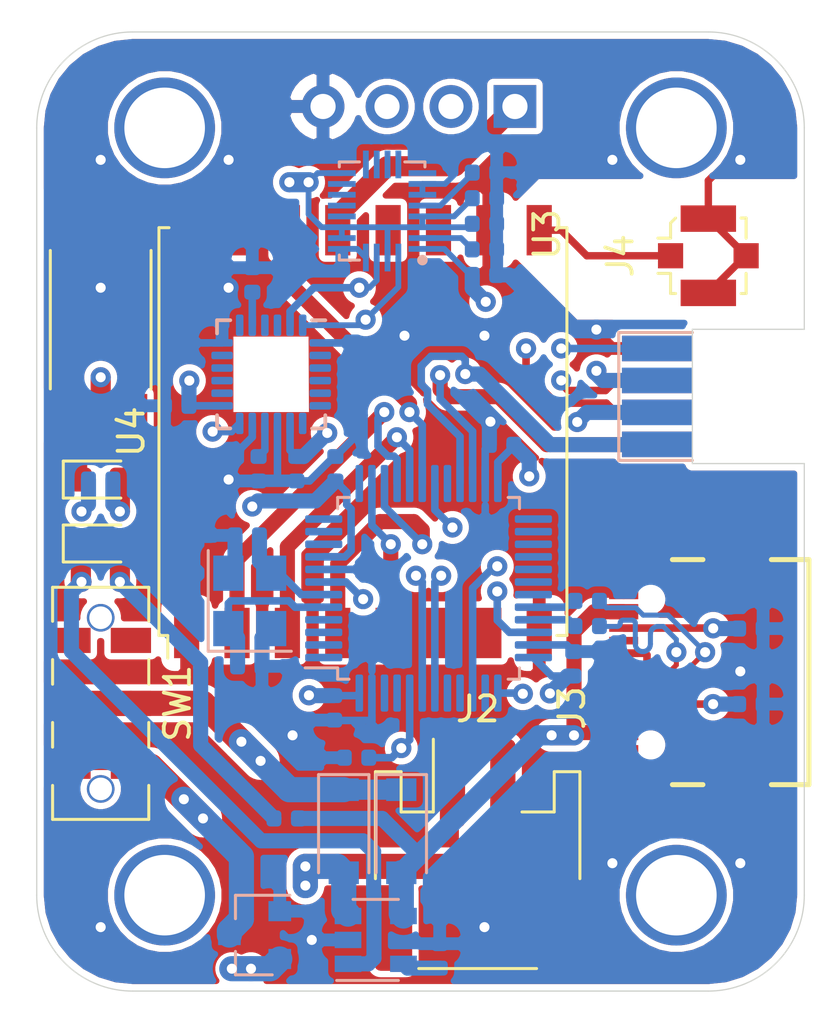
<source format=kicad_pcb>
(kicad_pcb (version 20171130) (host pcbnew 5.1.6)
  (layers (0 F.Cu signal) (1 In1.Cu signal) (2 In2.Cu signal) (31 B.Cu signal) (34 B.Paste user) (35 F.Paste user) (36 B.SilkS user) (37 F.SilkS user) (38 B.Mask user) (39 F.Mask user) (44 Edge.Cuts user))
  (net 0 "")
  (net 1 GND)
  (net 2 +3V3)
  (net 3 /OSC_IN)
  (net 4 /OSC_OUT)
  (net 5 +BATT)
  (net 6 /PWR_SW_IN)
  (net 7 VBUS)
  (net 8 "Net-(D3-Pad2)")
  (net 9 /CHG_STAT)
  (net 10 "Net-(D4-Pad2)")
  (net 11 /GPS_RX)
  (net 12 /GPS_TX)
  (net 13 /BOOT0)
  (net 14 /SWCLK)
  (net 15 /SWDIO)
  (net 16 "Net-(J3-PadA5)")
  (net 17 "Net-(J3-PadB5)")
  (net 18 "Net-(J4-Pad1)")
  (net 19 /D-)
  (net 20 /D+)
  (net 21 /PWR_SW_OUT)
  (net 22 /RESET)
  (net 23 /RFM_INT)
  (net 24 /RFM_NSS)
  (net 25 /SCK)
  (net 26 /MOSI)
  (net 27 /MISO)
  (net 28 /SDA)
  (net 29 /SCL)
  (net 30 /MPU_INT)
  (net 31 /UD-)
  (net 32 /UD+)
  (net 33 "Net-(C14-Pad2)")
  (net 34 "Net-(C15-Pad2)")
  (net 35 /SWO)
  (net 36 "Net-(C12-Pad2)")
  (net 37 "Net-(C13-Pad2)")
  (net 38 "Net-(R3-Pad1)")
  (module Capacitor_SMD:C_0402_1005Metric (layer B.Cu) (at 33.02 20.828 180)
    (fp_text reference C14 hide)
    (fp_text value "10n 16V")
    (pad 2 smd roundrect (at 0.485 0 180) (size 0.59 0.64) (layers B.Cu B.Paste B.Mask) (net 33 "Net-(C14-Pad2)"))
    (pad 1 smd roundrect (at -0.485 0 180) (size 0.59 0.64) (layers B.Cu B.Paste B.Mask) (net 1 GND))
  )
  (module Capacitor_SMD:C_0402_1005Metric (layer B.Cu) (at 33.02 23.876 180)
    (fp_text reference C15 hide)
    (fp_text value 100n)
    (pad 2 smd roundrect (at 0.485 0 180) (size 0.59 0.64) (layers B.Cu B.Paste B.Mask) (net 34 "Net-(C15-Pad2)"))
    (pad 1 smd roundrect (at -0.485 0 180) (size 0.59 0.64) (layers B.Cu B.Paste B.Mask) (net 1 GND))
  )
  (module Capacitor_SMD:C_0402_1005Metric (layer B.Cu) (at 33.02 24.892 180)
    (fp_text reference C9 hide)
    (fp_text value 100n)
    (pad 2 smd roundrect (at 0.485 0 180) (size 0.59 0.64) (layers B.Cu B.Paste B.Mask) (net 2 +3V3))
    (pad 1 smd roundrect (at -0.485 0 180) (size 0.59 0.64) (layers B.Cu B.Paste B.Mask) (net 1 GND))
  )
  (module Capacitor_SMD:C_0402_1005Metric (layer B.Cu) (at 33.02 21.844 180)
    (fp_text reference C8 hide)
    (fp_text value 100n)
    (pad 2 smd roundrect (at 0.485 0 180) (size 0.59 0.64) (layers B.Cu B.Paste B.Mask) (net 2 +3V3))
    (pad 1 smd roundrect (at -0.485 0 180) (size 0.59 0.64) (layers B.Cu B.Paste B.Mask) (net 1 GND))
  )
  (module Capacitor_SMD:C_0402_1005Metric (layer B.Cu) (at 33.02 22.86 180)
    (fp_text reference C7 hide)
    (fp_text value 100n)
    (pad 2 smd roundrect (at 0.485 0 180) (size 0.59 0.64) (layers B.Cu B.Paste B.Mask) (net 2 +3V3))
    (pad 1 smd roundrect (at -0.485 0 180) (size 0.59 0.64) (layers B.Cu B.Paste B.Mask) (net 1 GND))
  )
  (module Diode_SMD:D_SOD-123 (layer B.Cu) (at 27.432 46.99 270)
    (fp_text reference D1 hide)
    (fp_text value MBR0540)
    (pad 2 smd rect (at 1.65 0 270) (size 0.9 1.2) (layers B.Cu B.Paste B.Mask) (net 5 +BATT))
    (pad 1 smd rect (at -1.65 0 270) (size 0.9 1.2) (layers B.Cu B.Paste B.Mask) (net 6 /PWR_SW_IN))
  )
  (module Sensor_Motion:InvenSense_QFN-24_4x4mm_P0.5mm (layer B.Cu) (at 24.55 28.84 180)
    (fp_text reference U6 hide)
    (fp_text value MPU-6050)
    (pad 24 smd roundrect (at -1.25 1.95 90) (size 0.85 0.3) (layers B.Cu B.Paste B.Mask) (net 28 /SDA))
    (pad 23 smd roundrect (at -0.75 1.95 90) (size 0.85 0.3) (layers B.Cu B.Paste B.Mask) (net 29 /SCL))
    (pad 22 smd roundrect (at -0.25 1.95 90) (size 0.85 0.3) (layers B.Cu B.Paste B.Mask))
    (pad 21 smd roundrect (at 0.25 1.95 90) (size 0.85 0.3) (layers B.Cu B.Paste B.Mask))
    (pad 20 smd roundrect (at 0.75 1.95 90) (size 0.85 0.3) (layers B.Cu B.Paste B.Mask) (net 37 "Net-(C13-Pad2)"))
    (pad 19 smd roundrect (at 1.25 1.95 90) (size 0.85 0.3) (layers B.Cu B.Paste B.Mask))
    (pad 18 smd roundrect (at 1.95 1.25 180) (size 0.85 0.3) (layers B.Cu B.Paste B.Mask) (net 1 GND))
    (pad 17 smd roundrect (at 1.95 0.75 180) (size 0.85 0.3) (layers B.Cu B.Paste B.Mask))
    (pad 16 smd roundrect (at 1.95 0.25 180) (size 0.85 0.3) (layers B.Cu B.Paste B.Mask))
    (pad 15 smd roundrect (at 1.95 -0.25 180) (size 0.85 0.3) (layers B.Cu B.Paste B.Mask))
    (pad 14 smd roundrect (at 1.95 -0.75 180) (size 0.85 0.3) (layers B.Cu B.Paste B.Mask))
    (pad 13 smd roundrect (at 1.95 -1.25 180) (size 0.85 0.3) (layers B.Cu B.Paste B.Mask) (net 2 +3V3))
    (pad 12 smd roundrect (at 1.25 -1.95 90) (size 0.85 0.3) (layers B.Cu B.Paste B.Mask) (net 30 /MPU_INT))
    (pad 11 smd roundrect (at 0.75 -1.95 90) (size 0.85 0.3) (layers B.Cu B.Paste B.Mask) (net 1 GND))
    (pad 10 smd roundrect (at 0.25 -1.95 90) (size 0.85 0.3) (layers B.Cu B.Paste B.Mask) (net 36 "Net-(C12-Pad2)"))
    (pad 9 smd roundrect (at -0.25 -1.95 90) (size 0.85 0.3) (layers B.Cu B.Paste B.Mask) (net 1 GND))
    (pad 8 smd roundrect (at -0.75 -1.95 90) (size 0.85 0.3) (layers B.Cu B.Paste B.Mask) (net 2 +3V3))
    (pad 7 smd roundrect (at -1.25 -1.95 90) (size 0.85 0.3) (layers B.Cu B.Paste B.Mask))
    (pad 6 smd roundrect (at -1.95 -1.25 180) (size 0.85 0.3) (layers B.Cu B.Paste B.Mask))
    (pad 5 smd roundrect (at -1.95 -0.75 180) (size 0.85 0.3) (layers B.Cu B.Paste B.Mask))
    (pad 4 smd roundrect (at -1.95 -0.25 180) (size 0.85 0.3) (layers B.Cu B.Paste B.Mask))
    (pad 3 smd roundrect (at -1.95 0.25 180) (size 0.85 0.3) (layers B.Cu B.Paste B.Mask))
    (pad 2 smd roundrect (at -1.95 0.75 180) (size 0.85 0.3) (layers B.Cu B.Paste B.Mask))
    (pad 1 smd roundrect (at -1.95 1.25 180) (size 0.85 0.3) (layers B.Cu B.Paste B.Mask) (net 1 GND))
  )
  (module Package_TO_SOT_SMD:SOT-23 (layer B.Cu) (at 23.892 51.115 180)
    (fp_text reference U2 hide)
    (fp_text value XC6206P332MR)
    (pad 3 smd rect (at 1 0 180) (size 0.9 0.8) (layers B.Cu B.Paste B.Mask) (net 21 /PWR_SW_OUT))
    (pad 2 smd rect (at -1 -0.95 180) (size 0.9 0.8) (layers B.Cu B.Paste B.Mask) (net 2 +3V3))
    (pad 1 smd rect (at -1 0.95 180) (size 0.9 0.8) (layers B.Cu B.Paste B.Mask) (net 1 GND))
  )
  (module Package_TO_SOT_SMD:SOT-23-5 (layer B.Cu) (at 28.702 51.308)
    (fp_text reference U1 hide)
    (fp_text value MCP73831-2ACL-OT)
    (pad 5 smd rect (at 1.1 0.95) (size 1.06 0.65) (layers B.Cu B.Paste B.Mask) (net 38 "Net-(R3-Pad1)"))
    (pad 4 smd rect (at 1.1 -0.95) (size 1.06 0.65) (layers B.Cu B.Paste B.Mask) (net 7 VBUS))
    (pad 3 smd rect (at -1.1 -0.95) (size 1.06 0.65) (layers B.Cu B.Paste B.Mask) (net 5 +BATT))
    (pad 2 smd rect (at -1.1 0) (size 1.06 0.65) (layers B.Cu B.Paste B.Mask) (net 1 GND))
    (pad 1 smd rect (at -1.1 0.95) (size 1.06 0.65) (layers B.Cu B.Paste B.Mask) (net 9 /CHG_STAT))
  )
  (module Resistor_SMD:R_0402_1005Metric (layer B.Cu) (at 27.94 44.069 180)
    (fp_text reference R8 hide)
    (fp_text value 10k)
    (pad 2 smd roundrect (at 0.485 0 180) (size 0.59 0.64) (layers B.Cu B.Paste B.Mask) (net 1 GND))
    (pad 1 smd roundrect (at -0.485 0 180) (size 0.59 0.64) (layers B.Cu B.Paste B.Mask) (net 13 /BOOT0))
  )
  (module Resistor_SMD:R_0402_1005Metric (layer B.Cu) (at 43.6 41.94)
    (fp_text reference R5 hide)
    (fp_text value 22)
    (pad 2 smd roundrect (at 0.485 0) (size 0.59 0.64) (layers B.Cu B.Paste B.Mask) (net 1 GND))
    (pad 1 smd roundrect (at -0.485 0) (size 0.59 0.64) (layers B.Cu B.Paste B.Mask) (net 16 "Net-(J3-PadA5)"))
  )
  (module Resistor_SMD:R_0402_1005Metric (layer B.Cu) (at 43.6 38.94)
    (fp_text reference R4 hide)
    (fp_text value 22)
    (pad 2 smd roundrect (at 0.485 0) (size 0.59 0.64) (layers B.Cu B.Paste B.Mask) (net 1 GND))
    (pad 1 smd roundrect (at -0.485 0) (size 0.59 0.64) (layers B.Cu B.Paste B.Mask) (net 17 "Net-(J3-PadB5)"))
  )
  (module Resistor_SMD:R_0402_1005Metric (layer B.Cu) (at 31.242 51.943 90)
    (fp_text reference R3 hide)
    (fp_text value 2k)
    (pad 2 smd roundrect (at 0.485 0 90) (size 0.59 0.64) (layers B.Cu B.Paste B.Mask) (net 1 GND))
    (pad 1 smd roundrect (at -0.485 0 90) (size 0.59 0.64) (layers B.Cu B.Paste B.Mask) (net 38 "Net-(R3-Pad1)"))
  )
  (module Diode_SMD:D_SOD-123 (layer B.Cu) (at 29.718 46.99 270)
    (fp_text reference D2 hide)
    (fp_text value MBR0540)
    (pad 2 smd rect (at 1.65 0 270) (size 0.9 1.2) (layers B.Cu B.Paste B.Mask) (net 7 VBUS))
    (pad 1 smd rect (at -1.65 0 270) (size 0.9 1.2) (layers B.Cu B.Paste B.Mask) (net 6 /PWR_SW_IN))
  )
  (module Capacitor_SMD:C_0402_1005Metric (layer B.Cu) (at 23.8 25.09 270)
    (fp_text reference C13 hide)
    (fp_text value 2.2n)
    (pad 2 smd roundrect (at 0.485 0 270) (size 0.59 0.64) (layers B.Cu B.Paste B.Mask) (net 37 "Net-(C13-Pad2)"))
    (pad 1 smd roundrect (at -0.485 0 270) (size 0.59 0.64) (layers B.Cu B.Paste B.Mask) (net 1 GND))
  )
  (module Capacitor_SMD:C_0402_1005Metric (layer B.Cu) (at 24.05 32.59 90)
    (fp_text reference C12 hide)
    (fp_text value 100n)
    (pad 2 smd roundrect (at 0.485 0 90) (size 0.59 0.64) (layers B.Cu B.Paste B.Mask) (net 36 "Net-(C12-Pad2)"))
    (pad 1 smd roundrect (at -0.485 0 90) (size 0.59 0.64) (layers B.Cu B.Paste B.Mask) (net 1 GND))
  )
  (module Capacitor_SMD:C_0402_1005Metric (layer B.Cu) (at 25.55 32.59 90)
    (fp_text reference C11 hide)
    (fp_text value 100n)
    (pad 2 smd roundrect (at 0.485 0 90) (size 0.59 0.64) (layers B.Cu B.Paste B.Mask) (net 2 +3V3))
    (pad 1 smd roundrect (at -0.485 0 90) (size 0.59 0.64) (layers B.Cu B.Paste B.Mask) (net 1 GND))
  )
  (module Capacitor_SMD:C_0402_1005Metric (layer B.Cu) (at 20.8 30.09)
    (fp_text reference C10 hide)
    (fp_text value 100n)
    (pad 2 smd roundrect (at 0.485 0) (size 0.59 0.64) (layers B.Cu B.Paste B.Mask) (net 2 +3V3))
    (pad 1 smd roundrect (at -0.485 0) (size 0.59 0.64) (layers B.Cu B.Paste B.Mask) (net 1 GND))
  )
  (module Capacitor_SMD:C_0402_1005Metric (layer B.Cu) (at 23.6 35.24 180)
    (fp_text reference C6 hide)
    (fp_text value 22p)
    (pad 2 smd roundrect (at 0.485 0 180) (size 0.59 0.64) (layers B.Cu B.Paste B.Mask) (net 1 GND))
    (pad 1 smd roundrect (at -0.485 0 180) (size 0.59 0.64) (layers B.Cu B.Paste B.Mask) (net 4 /OSC_OUT))
  )
  (module Capacitor_SMD:C_0402_1005Metric (layer B.Cu) (at 23.7 40.44)
    (fp_text reference C5 hide)
    (fp_text value 22p)
    (pad 2 smd roundrect (at 0.485 0) (size 0.59 0.64) (layers B.Cu B.Paste B.Mask) (net 1 GND))
    (pad 1 smd roundrect (at -0.485 0) (size 0.59 0.64) (layers B.Cu B.Paste B.Mask) (net 3 /OSC_IN))
  )
  (module Capacitor_SMD:C_0402_1005Metric (layer B.Cu) (at 27.1 32.59 270)
    (fp_text reference C4 hide)
    (fp_text value 100n)
    (pad 2 smd roundrect (at 0.485 0 270) (size 0.59 0.64) (layers B.Cu B.Paste B.Mask) (net 2 +3V3))
    (pad 1 smd roundrect (at -0.485 0 270) (size 0.59 0.64) (layers B.Cu B.Paste B.Mask) (net 1 GND))
  )
  (module Capacitor_SMD:C_0402_1005Metric (layer B.Cu) (at 27.05 42.09 90)
    (fp_text reference C3 hide)
    (fp_text value 100n)
    (pad 2 smd roundrect (at 0.485 0 90) (size 0.59 0.64) (layers B.Cu B.Paste B.Mask) (net 2 +3V3))
    (pad 1 smd roundrect (at -0.485 0 90) (size 0.59 0.64) (layers B.Cu B.Paste B.Mask) (net 1 GND))
  )
  (module Capacitor_SMD:C_0402_1005Metric (layer B.Cu) (at 36.55 40.34 270)
    (fp_text reference C2 hide)
    (fp_text value 100n)
    (pad 2 smd roundrect (at 0.485 0 270) (size 0.59 0.64) (layers B.Cu B.Paste B.Mask) (net 2 +3V3))
    (pad 1 smd roundrect (at -0.485 0 270) (size 0.59 0.64) (layers B.Cu B.Paste B.Mask) (net 1 GND))
  )
  (module Capacitor_SMD:C_0402_1005Metric (layer B.Cu) (at 33.7 31.64)
    (fp_text reference C1 hide)
    (fp_text value 100n)
    (pad 2 smd roundrect (at 0.485 0) (size 0.59 0.64) (layers B.Cu B.Paste B.Mask) (net 2 +3V3))
    (pad 1 smd roundrect (at -0.485 0) (size 0.59 0.64) (layers B.Cu B.Paste B.Mask) (net 1 GND))
  )
  (module Connector_JST:JST_PH_S2B-PH-SM4-TB_1x02-1MP_P2.00mm_Horizontal (layer F.Cu) (at 32.75 47.935)
    (fp_text reference J2 (at 0 -5.8 180) (layer F.SilkS))
    (fp_text value BATT)
    (pad MP smd roundrect (at 3.35 2.9) (size 1.5 3.4) (layers F.Cu F.Paste F.Mask) (roundrect_rratio 0.166667))
    (pad MP smd roundrect (at -3.35 2.9) (size 1.5 3.4) (layers F.Cu F.Paste F.Mask) (roundrect_rratio 0.166667))
    (pad 2 smd roundrect (at 1 -2.85) (size 1 3.5) (layers F.Cu F.Paste F.Mask) (net 5 +BATT))
    (pad 1 smd roundrect (at -1 -2.85) (size 1 3.5) (layers F.Cu F.Paste F.Mask) (net 1 GND))
  )
  (module Crystal:Crystal_SMD_3225-4Pin_3.2x2.5mm (layer B.Cu) (at 23.7 37.84 90)
    (fp_text reference Y1 hide)
    (fp_text value 16M)
    (pad 4 smd rect (at -1.1 0.85 90) (size 1.4 1.2) (layers B.Cu B.Paste B.Mask) (net 1 GND))
    (pad 3 smd rect (at 1.1 0.85 90) (size 1.4 1.2) (layers B.Cu B.Paste B.Mask) (net 4 /OSC_OUT))
    (pad 2 smd rect (at 1.1 -0.85 90) (size 1.4 1.2) (layers B.Cu B.Paste B.Mask) (net 1 GND))
    (pad 1 smd rect (at -1.1 -0.85 90) (size 1.4 1.2) (layers B.Cu B.Paste B.Mask) (net 3 /OSC_IN))
  )
  (module Package_QFP:LQFP-48_7x7mm_P0.5mm (layer B.Cu) (at 30.8 37.34)
    (fp_text reference U5 hide)
    (fp_text value STM32F103C8Tx)
    (pad 48 smd roundrect (at -2.75 4.1625) (size 0.3 1.475) (layers B.Cu B.Paste B.Mask) (net 2 +3V3))
    (pad 47 smd roundrect (at -2.25 4.1625) (size 0.3 1.475) (layers B.Cu B.Paste B.Mask) (net 1 GND))
    (pad 46 smd roundrect (at -1.75 4.1625) (size 0.3 1.475) (layers B.Cu B.Paste B.Mask))
    (pad 45 smd roundrect (at -1.25 4.1625) (size 0.3 1.475) (layers B.Cu B.Paste B.Mask))
    (pad 44 smd roundrect (at -0.75 4.1625) (size 0.3 1.475) (layers B.Cu B.Paste B.Mask) (net 13 /BOOT0))
    (pad 43 smd roundrect (at -0.25 4.1625) (size 0.3 1.475) (layers B.Cu B.Paste B.Mask) (net 28 /SDA))
    (pad 42 smd roundrect (at 0.25 4.1625) (size 0.3 1.475) (layers B.Cu B.Paste B.Mask) (net 29 /SCL))
    (pad 41 smd roundrect (at 0.75 4.1625) (size 0.3 1.475) (layers B.Cu B.Paste B.Mask))
    (pad 40 smd roundrect (at 1.25 4.1625) (size 0.3 1.475) (layers B.Cu B.Paste B.Mask))
    (pad 39 smd roundrect (at 1.75 4.1625) (size 0.3 1.475) (layers B.Cu B.Paste B.Mask) (net 35 /SWO))
    (pad 38 smd roundrect (at 2.25 4.1625) (size 0.3 1.475) (layers B.Cu B.Paste B.Mask))
    (pad 37 smd roundrect (at 2.75 4.1625) (size 0.3 1.475) (layers B.Cu B.Paste B.Mask) (net 14 /SWCLK))
    (pad 36 smd roundrect (at 4.1625 2.75) (size 1.475 0.3) (layers B.Cu B.Paste B.Mask) (net 2 +3V3))
    (pad 35 smd roundrect (at 4.1625 2.25) (size 1.475 0.3) (layers B.Cu B.Paste B.Mask) (net 1 GND))
    (pad 34 smd roundrect (at 4.1625 1.75) (size 1.475 0.3) (layers B.Cu B.Paste B.Mask) (net 15 /SWDIO))
    (pad 33 smd roundrect (at 4.1625 1.25) (size 1.475 0.3) (layers B.Cu B.Paste B.Mask) (net 20 /D+))
    (pad 32 smd roundrect (at 4.1625 0.75) (size 1.475 0.3) (layers B.Cu B.Paste B.Mask) (net 19 /D-))
    (pad 31 smd roundrect (at 4.1625 0.25) (size 1.475 0.3) (layers B.Cu B.Paste B.Mask))
    (pad 30 smd roundrect (at 4.1625 -0.25) (size 1.475 0.3) (layers B.Cu B.Paste B.Mask))
    (pad 29 smd roundrect (at 4.1625 -0.75) (size 1.475 0.3) (layers B.Cu B.Paste B.Mask))
    (pad 28 smd roundrect (at 4.1625 -1.25) (size 1.475 0.3) (layers B.Cu B.Paste B.Mask))
    (pad 27 smd roundrect (at 4.1625 -1.75) (size 1.475 0.3) (layers B.Cu B.Paste B.Mask))
    (pad 26 smd roundrect (at 4.1625 -2.25) (size 1.475 0.3) (layers B.Cu B.Paste B.Mask))
    (pad 25 smd roundrect (at 4.1625 -2.75) (size 1.475 0.3) (layers B.Cu B.Paste B.Mask))
    (pad 24 smd roundrect (at 2.75 -4.1625) (size 0.3 1.475) (layers B.Cu B.Paste B.Mask) (net 2 +3V3))
    (pad 23 smd roundrect (at 2.25 -4.1625) (size 0.3 1.475) (layers B.Cu B.Paste B.Mask) (net 1 GND))
    (pad 22 smd roundrect (at 1.75 -4.1625) (size 0.3 1.475) (layers B.Cu B.Paste B.Mask) (net 12 /GPS_TX))
    (pad 21 smd roundrect (at 1.25 -4.1625) (size 0.3 1.475) (layers B.Cu B.Paste B.Mask) (net 11 /GPS_RX))
    (pad 20 smd roundrect (at 0.75 -4.1625) (size 0.3 1.475) (layers B.Cu B.Paste B.Mask))
    (pad 19 smd roundrect (at 0.25 -4.1625) (size 0.3 1.475) (layers B.Cu B.Paste B.Mask) (net 30 /MPU_INT))
    (pad 18 smd roundrect (at -0.25 -4.1625) (size 0.3 1.475) (layers B.Cu B.Paste B.Mask) (net 23 /RFM_INT))
    (pad 17 smd roundrect (at -0.75 -4.1625) (size 0.3 1.475) (layers B.Cu B.Paste B.Mask) (net 26 /MOSI))
    (pad 16 smd roundrect (at -1.25 -4.1625) (size 0.3 1.475) (layers B.Cu B.Paste B.Mask) (net 27 /MISO))
    (pad 15 smd roundrect (at -1.75 -4.1625) (size 0.3 1.475) (layers B.Cu B.Paste B.Mask) (net 25 /SCK))
    (pad 14 smd roundrect (at -2.25 -4.1625) (size 0.3 1.475) (layers B.Cu B.Paste B.Mask) (net 24 /RFM_NSS))
    (pad 13 smd roundrect (at -2.75 -4.1625) (size 0.3 1.475) (layers B.Cu B.Paste B.Mask))
    (pad 12 smd roundrect (at -4.1625 -2.75) (size 1.475 0.3) (layers B.Cu B.Paste B.Mask))
    (pad 11 smd roundrect (at -4.1625 -2.25) (size 1.475 0.3) (layers B.Cu B.Paste B.Mask))
    (pad 10 smd roundrect (at -4.1625 -1.75) (size 1.475 0.3) (layers B.Cu B.Paste B.Mask))
    (pad 9 smd roundrect (at -4.1625 -1.25) (size 1.475 0.3) (layers B.Cu B.Paste B.Mask) (net 2 +3V3))
    (pad 8 smd roundrect (at -4.1625 -0.75) (size 1.475 0.3) (layers B.Cu B.Paste B.Mask) (net 1 GND))
    (pad 7 smd roundrect (at -4.1625 -0.25) (size 1.475 0.3) (layers B.Cu B.Paste B.Mask) (net 22 /RESET))
    (pad 6 smd roundrect (at -4.1625 0.25) (size 1.475 0.3) (layers B.Cu B.Paste B.Mask) (net 4 /OSC_OUT))
    (pad 5 smd roundrect (at -4.1625 0.75) (size 1.475 0.3) (layers B.Cu B.Paste B.Mask) (net 3 /OSC_IN))
    (pad 4 smd roundrect (at -4.1625 1.25) (size 1.475 0.3) (layers B.Cu B.Paste B.Mask))
    (pad 3 smd roundrect (at -4.1625 1.75) (size 1.475 0.3) (layers B.Cu B.Paste B.Mask))
    (pad 2 smd roundrect (at -4.1625 2.25) (size 1.475 0.3) (layers B.Cu B.Paste B.Mask))
    (pad 1 smd roundrect (at -4.1625 2.75) (size 1.475 0.3) (layers B.Cu B.Paste B.Mask))
  )
  (module Resistor_SMD:R_0402_1005Metric (layer B.Cu) (at 37.1 38.84)
    (fp_text reference R7 hide)
    (fp_text value 22)
    (pad 2 smd roundrect (at 0.485 0) (size 0.59 0.64) (layers B.Cu B.Paste B.Mask) (net 32 /UD+))
    (pad 1 smd roundrect (at -0.485 0) (size 0.59 0.64) (layers B.Cu B.Paste B.Mask) (net 20 /D+))
  )
  (module Resistor_SMD:R_0402_1005Metric (layer B.Cu) (at 37.1 37.84)
    (fp_text reference R6 hide)
    (fp_text value 22)
    (pad 2 smd roundrect (at 0.485 0) (size 0.59 0.64) (layers B.Cu B.Paste B.Mask) (net 31 /UD-))
    (pad 1 smd roundrect (at -0.485 0) (size 0.59 0.64) (layers B.Cu B.Paste B.Mask) (net 19 /D-))
  )
  (module Resistor_SMD:R_0402_1005Metric (layer B.Cu) (at 17.78 33.02)
    (fp_text reference R2 hide)
    (fp_text value 1k)
    (pad 2 smd roundrect (at 0.485 0) (size 0.59 0.64) (layers B.Cu B.Paste B.Mask) (net 10 "Net-(D4-Pad2)"))
    (pad 1 smd roundrect (at -0.485 0) (size 0.59 0.64) (layers B.Cu B.Paste B.Mask) (net 2 +3V3))
  )
  (module Resistor_SMD:R_0402_1005Metric (layer B.Cu) (at 25.146 46.482 180)
    (fp_text reference R1 hide)
    (fp_text value 1k)
    (pad 2 smd roundrect (at 0.485 0 180) (size 0.59 0.64) (layers B.Cu B.Paste B.Mask) (net 8 "Net-(D3-Pad2)"))
    (pad 1 smd roundrect (at -0.485 0 180) (size 0.59 0.64) (layers B.Cu B.Paste B.Mask) (net 7 VBUS))
  )
  (module Connector_Coaxial:U.FL_Molex_MCRF_73412-0110_Vertical (layer F.Cu) (at 41.91 24.13 270)
    (fp_text reference J4 (at 0 3.5 90) (layer F.SilkS))
    (fp_text value u.FL)
    (pad 1 smd rect (at 0 1.5 270) (size 1 1) (layers F.Cu F.Paste F.Mask) (net 18 "Net-(J4-Pad1)"))
    (pad 2 smd rect (at 0 -1.5 270) (size 1 1) (layers F.Cu F.Paste F.Mask) (net 1 GND))
    (pad 2 smd rect (at 1.475 0 270) (size 1.05 2.2) (layers F.Cu F.Paste F.Mask) (net 1 GND))
    (pad 2 smd rect (at -1.475 0 270) (size 1.05 2.2) (layers F.Cu F.Paste F.Mask) (net 1 GND))
  )
  (module LED_SMD:LED_0603_1608Metric (layer F.Cu) (at 17.78 33.02)
    (fp_text reference D4 hide)
    (fp_text value GRE)
    (pad 2 smd roundrect (at 0.7875 0) (size 0.875 0.95) (layers F.Cu F.Paste F.Mask) (net 10 "Net-(D4-Pad2)"))
    (pad 1 smd roundrect (at -0.7875 0) (size 0.875 0.95) (layers F.Cu F.Paste F.Mask) (net 1 GND))
  )
  (module LED_SMD:LED_0603_1608Metric (layer F.Cu) (at 17.78 35.56)
    (fp_text reference D3 hide)
    (fp_text value ORA)
    (pad 2 smd roundrect (at 0.7875 0) (size 0.875 0.95) (layers F.Cu F.Paste F.Mask) (net 8 "Net-(D3-Pad2)"))
    (pad 1 smd roundrect (at -0.7875 0) (size 0.875 0.95) (layers F.Cu F.Paste F.Mask) (net 9 /CHG_STAT))
  )
  (module RF_Module:HOPERF_RFM9XW_SMD (layer F.Cu) (at 28.194 31.115 90)
    (fp_text reference U4 (at 0 -9.2 90) (layer F.SilkS))
    (fp_text value RFM95W-915S2)
    (pad 16 smd rect (at 8 -7 90) (size 2 1) (layers F.Cu F.Paste F.Mask))
    (pad 15 smd rect (at 8 -5 90) (size 2 1) (layers F.Cu F.Paste F.Mask))
    (pad 14 smd rect (at 8 -3 90) (size 2 1) (layers F.Cu F.Paste F.Mask) (net 23 /RFM_INT))
    (pad 13 smd rect (at 8 -1 90) (size 2 1) (layers F.Cu F.Paste F.Mask) (net 2 +3V3))
    (pad 12 smd rect (at 8 1 90) (size 2 1) (layers F.Cu F.Paste F.Mask))
    (pad 11 smd rect (at 8 3 90) (size 2 1) (layers F.Cu F.Paste F.Mask))
    (pad 10 smd rect (at 8 5 90) (size 2 1) (layers F.Cu F.Paste F.Mask) (net 1 GND))
    (pad 9 smd rect (at 8 7 90) (size 2 1) (layers F.Cu F.Paste F.Mask) (net 18 "Net-(J4-Pad1)"))
    (pad 8 smd rect (at -8 7 90) (size 2 1) (layers F.Cu F.Paste F.Mask) (net 1 GND))
    (pad 7 smd rect (at -8 5 90) (size 2 1) (layers F.Cu F.Paste F.Mask))
    (pad 6 smd rect (at -8 3 90) (size 2 1) (layers F.Cu F.Paste F.Mask))
    (pad 5 smd rect (at -8 1 90) (size 2 1) (layers F.Cu F.Paste F.Mask) (net 24 /RFM_NSS))
    (pad 4 smd rect (at -8 -1 90) (size 2 1) (layers F.Cu F.Paste F.Mask) (net 25 /SCK))
    (pad 3 smd rect (at -8 -3 90) (size 2 1) (layers F.Cu F.Paste F.Mask) (net 26 /MOSI))
    (pad 2 smd rect (at -8 -5 90) (size 2 1) (layers F.Cu F.Paste F.Mask) (net 27 /MISO))
    (pad 1 smd rect (at -8 -7 90) (size 2 1) (layers F.Cu F.Paste F.Mask) (net 1 GND))
  )
  (module rocket_tracker:NEO-6M_module (layer F.Cu) (at 30.48 34.29 270)
    (fp_text reference U3 (at -11.01 -5.02 90) (layer F.SilkS))
    (fp_text value NEO-6M_module hide)
    (pad 4 thru_hole oval (at -16.09 3.87 270) (size 1.7 1.7) (drill 1) (layers *.Cu *.Mask) (net 1 GND))
    (pad 3 thru_hole oval (at -16.09 1.33 270) (size 1.7 1.7) (drill 1) (layers *.Cu *.Mask) (net 12 /GPS_TX))
    (pad 2 thru_hole oval (at -16.09 -1.21 270) (size 1.7 1.7) (drill 1) (layers *.Cu *.Mask) (net 11 /GPS_RX))
    (pad 1 thru_hole rect (at -16.09 -3.75 270) (size 1.7 1.7) (drill 1) (layers *.Cu *.Mask) (net 2 +3V3))
    (pad "" np_thru_hole circle (at -15.24 -10.16 270) (size 4 4) (drill 3.200001) (layers *.Cu *.Mask))
    (pad "" np_thru_hole circle (at -15.24 10.16 270) (size 4 4) (drill 3.200001) (layers *.Cu *.Mask))
    (pad "" np_thru_hole circle (at 15.24 10.16 270) (size 4 4) (drill 3.200001) (layers *.Cu *.Mask))
    (pad "" np_thru_hole circle (at 15.24 -10.16 270) (size 4 4) (drill 3.200001) (layers *.Cu *.Mask))
  )
  (module rocket_tracker:SW_DPDT_CK_JS202011JAQN (layer F.Cu) (at 17.78 41.91 270)
    (fp_text reference SW1 (at 0 -3.05 90) (layer F.SilkS))
    (fp_text value SW_DPDT_x2)
    (pad "" np_thru_hole circle (at -3.4 0 270) (size 1.1 1.1) (drill 0.9) (layers *.Cu *.Mask))
    (pad "" np_thru_hole circle (at 3.4 0 270) (size 1.1 1.1) (drill 0.9) (layers *.Cu *.Mask))
    (pad 4 smd rect (at -2.5 1.2 270) (size 1 1.6) (layers F.Cu F.Paste F.Mask))
    (pad 5 smd rect (at 0 1.2 270) (size 1 1.6) (layers F.Cu F.Paste F.Mask) (net 6 /PWR_SW_IN))
    (pad 6 smd rect (at 2.5 1.2 270) (size 1 1.6) (layers F.Cu F.Paste F.Mask) (net 21 /PWR_SW_OUT))
    (pad 1 smd rect (at -2.5 -1.2 270) (size 1 1.6) (layers F.Cu F.Paste F.Mask))
    (pad 2 smd rect (at 0 -1.2 270) (size 1 1.6) (layers F.Cu F.Paste F.Mask) (net 6 /PWR_SW_IN))
    (pad 3 smd rect (at 2.5 -1.2 270) (size 1 1.6) (layers F.Cu F.Paste F.Mask) (net 21 /PWR_SW_OUT))
  )
  (module rocket_tracker:PinSocket_2x04_P1.27mm_Horizontal_Straddle (layer B.Cu) (at 39.878 29.718 180)
    (fp_text reference J1 hide)
    (fp_text value Conn_02x04_Odd_Even hide)
    (pad 1 connect rect (at 0 1.905 180) (size 2.794 1.016) (layers B.Cu B.Mask) (net 15 /SWDIO))
    (pad 2 connect rect (at 0 1.905 180) (size 2.794 1.016) (layers F.Cu F.Mask) (net 1 GND))
    (pad 3 connect rect (at 0 0.635 180) (size 2.794 1.016) (layers F.Cu F.Mask) (net 14 /SWCLK))
    (pad 4 connect rect (at 0 0.635 180) (size 2.794 1.016) (layers B.Cu B.Mask) (net 2 +3V3))
    (pad 5 connect rect (at 0 -0.635 180) (size 2.794 1.016) (layers F.Cu F.Mask) (net 35 /SWO))
    (pad 6 connect rect (at 0 -0.635 180) (size 2.794 1.016) (layers B.Cu B.Mask) (net 13 /BOOT0))
    (pad 7 connect rect (at 0 -1.905 180) (size 2.794 1.016) (layers F.Cu F.Mask) (net 12 /GPS_TX))
    (pad 8 connect rect (at 0 -1.905 180) (size 2.794 1.016) (layers B.Cu B.Mask) (net 11 /GPS_RX))
  )
  (module rocket_tracker:LGA-24L_3x3.5mm_P0.43mm_Handsolder (layer B.Cu) (at 28.956 22.352 90)
    (fp_text reference U7 hide)
    (fp_text value LSM9DS1)
    (pad 18 smd rect (at 1.505 1.6 90) (size 0.23 1.1) (layers B.Cu B.Paste B.Mask))
    (pad 9 smd rect (at -0.215 -1.6 90) (size 0.23 1.1) (layers B.Cu B.Paste B.Mask))
    (pad 20 smd rect (at 0.645 1.6 90) (size 0.23 1.1) (layers B.Cu B.Paste B.Mask) (net 1 GND))
    (pad 8 smd rect (at -0.645 -1.6 90) (size 0.23 1.1) (layers B.Cu B.Paste B.Mask) (net 2 +3V3))
    (pad 2 smd rect (at -1.85 0.645 90) (size 1.1 0.23) (layers B.Cu B.Paste B.Mask) (net 28 /SDA))
    (pad 17 smd rect (at 1.85 0.645 90) (size 1.1 0.23) (layers B.Cu B.Paste B.Mask))
    (pad 3 smd rect (at -1.85 0.215 90) (size 1.1 0.23) (layers B.Cu B.Paste B.Mask) (net 2 +3V3))
    (pad 1 smd rect (at -1.505 1.6 90) (size 0.23 1.1) (layers B.Cu B.Paste B.Mask) (net 2 +3V3))
    (pad 22 smd rect (at -0.215 1.6 90) (size 0.23 1.1) (layers B.Cu B.Paste B.Mask) (net 2 +3V3))
    (pad 5 smd rect (at -1.85 -0.645 90) (size 1.1 0.23) (layers B.Cu B.Paste B.Mask) (net 1 GND))
    (pad 23 smd rect (at -0.645 1.6 90) (size 0.23 1.1) (layers B.Cu B.Paste B.Mask) (net 2 +3V3))
    (pad 12 smd rect (at 1.075 -1.6 90) (size 0.23 1.1) (layers B.Cu B.Paste B.Mask))
    (pad 24 smd rect (at -1.075 1.6 90) (size 0.23 1.1) (layers B.Cu B.Paste B.Mask) (net 34 "Net-(C15-Pad2)"))
    (pad 13 smd rect (at 1.505 -1.6 90) (size 0.23 1.1) (layers B.Cu B.Paste B.Mask) (net 2 +3V3))
    (pad 11 smd rect (at 0.645 -1.6 90) (size 0.23 1.1) (layers B.Cu B.Paste B.Mask))
    (pad 10 smd rect (at 0.215 -1.6 90) (size 0.23 1.1) (layers B.Cu B.Paste B.Mask))
    (pad 14 smd rect (at 1.85 -0.645 90) (size 1.1 0.23) (layers B.Cu B.Paste B.Mask))
    (pad 19 smd rect (at 1.075 1.6 90) (size 0.23 1.1) (layers B.Cu B.Paste B.Mask) (net 1 GND))
    (pad 21 smd rect (at 0.215 1.6 90) (size 0.23 1.1) (layers B.Cu B.Paste B.Mask) (net 33 "Net-(C14-Pad2)"))
    (pad 6 smd rect (at -1.505 -1.6 90) (size 0.23 1.1) (layers B.Cu B.Paste B.Mask) (net 1 GND))
    (pad 7 smd rect (at -1.075 -1.6 90) (size 0.23 1.1) (layers B.Cu B.Paste B.Mask) (net 2 +3V3))
    (pad 16 smd rect (at 1.85 0.215 90) (size 1.1 0.23) (layers B.Cu B.Paste B.Mask))
    (pad 4 smd rect (at -1.85 -0.215 90) (size 1.1 0.23) (layers B.Cu B.Paste B.Mask) (net 29 /SCL))
    (pad 15 smd rect (at 1.85 -0.215 90) (size 1.1 0.23) (layers B.Cu B.Paste B.Mask))
  )
  (module rocket_tracker:SW_Push_1P1T_KSS231 (layer F.Cu) (at 17.78 26.67 90)
    (fp_text reference SW2 hide)
    (fp_text value SW_SPST hide)
    (pad 2 smd rect (at 3.8 0 90) (size 1.7 3.7) (layers F.Cu F.Paste F.Mask) (net 1 GND))
    (pad 1 smd rect (at -3.8 0 90) (size 1.7 3.7) (layers F.Cu F.Paste F.Mask) (net 22 /RESET))
  )
  (module rocket_tracker:GCT_USB4110-GF-A (layer F.Cu) (at 39.624 40.67 90)
    (fp_text reference J3 (at -1.425 -3.135 90) (layer F.SilkS))
    (fp_text value USB_C_Receptacle_USB2.0 hide)
    (pad B1 smd rect (at 3.2 -1.075 90) (size 0.6 1.15) (layers F.Cu F.Paste F.Mask) (net 1 GND))
    (pad B4 smd rect (at 2.4 -1.075 90) (size 0.6 1.15) (layers F.Cu F.Paste F.Mask) (net 7 VBUS))
    (pad A4 smd rect (at -2.4 -1.075 90) (size 0.6 1.15) (layers F.Cu F.Paste F.Mask) (net 7 VBUS))
    (pad A1 smd rect (at -3.2 -1.075 90) (size 0.6 1.15) (layers F.Cu F.Paste F.Mask) (net 1 GND))
    (pad None np_thru_hole circle (at 2.89 0 90) (size 0.65 0.65) (drill 0.65) (layers *.Cu *.Mask))
    (pad None np_thru_hole circle (at -2.89 0 90) (size 0.65 0.65) (drill 0.65) (layers *.Cu *.Mask))
    (pad S1 smd rect (at 5.11 3.43 90) (size 2.18 2) (layers F.Cu F.Paste F.Mask) (net 1 GND))
    (pad S1 smd rect (at -5.11 3.43 90) (size 2.18 2) (layers F.Cu F.Paste F.Mask) (net 1 GND))
    (pad S1 smd rect (at 5.11 -0.5 90) (size 2.18 2) (layers F.Cu F.Paste F.Mask) (net 1 GND))
    (pad S1 smd rect (at -5.11 -0.5 90) (size 2.18 2) (layers F.Cu F.Paste F.Mask) (net 1 GND))
    (pad A7 smd rect (at 0.25 -1.075 90) (size 0.3 1.15) (layers F.Cu F.Paste F.Mask) (net 31 /UD-))
    (pad A6 smd rect (at -0.25 -1.075 90) (size 0.3 1.15) (layers F.Cu F.Paste F.Mask) (net 32 /UD+))
    (pad B6 smd rect (at 0.75 -1.075 90) (size 0.3 1.15) (layers F.Cu F.Paste F.Mask) (net 32 /UD+))
    (pad B7 smd rect (at -0.75 -1.075 90) (size 0.3 1.15) (layers F.Cu F.Paste F.Mask) (net 31 /UD-))
    (pad A8 smd rect (at 1.25 -1.075 90) (size 0.3 1.15) (layers F.Cu F.Paste F.Mask))
    (pad A5 smd rect (at -1.25 -1.075 90) (size 0.3 1.15) (layers F.Cu F.Paste F.Mask) (net 16 "Net-(J3-PadA5)"))
    (pad B5 smd rect (at 1.75 -1.075 90) (size 0.3 1.15) (layers F.Cu F.Paste F.Mask) (net 17 "Net-(J3-PadB5)"))
    (pad B8 smd rect (at -1.75 -1.075 90) (size 0.3 1.15) (layers F.Cu F.Paste F.Mask))
    (pad A12 smd rect (at 3.2 -1.075 90) (size 0.6 1.15) (layers F.Cu F.Paste F.Mask) (net 1 GND))
    (pad A9 smd rect (at 2.4 -1.075 90) (size 0.6 1.15) (layers F.Cu F.Paste F.Mask) (net 7 VBUS))
    (pad B9 smd rect (at -2.4 -1.075 90) (size 0.6 1.15) (layers F.Cu F.Paste F.Mask) (net 7 VBUS))
    (pad B12 smd rect (at -3.2 -1.075 90) (size 0.6 1.15) (layers F.Cu F.Paste F.Mask) (net 1 GND))
  )
  (gr_line (start 41.275 27.051) (end 45.72 27.051) (layer Edge.Cuts) (width 0.05))
  (gr_line (start 41.275 32.385) (end 41.275 27.051) (layer Edge.Cuts) (width 0.05))
  (gr_line (start 45.72 32.385) (end 41.275 32.385) (layer Edge.Cuts) (width 0.05))
  (gr_line (start 45.72 49.53) (end 45.72 32.385) (layer Edge.Cuts) (width 0.05))
  (gr_line (start 45.72 27.051) (end 45.72 19.05) (layer Edge.Cuts) (width 0.05))
  (gr_line (start 19.05 53.34) (end 41.91 53.34) (layer Edge.Cuts) (width 0.05))
  (gr_line (start 15.24 19.05) (end 15.24 49.53) (layer Edge.Cuts) (width 0.05))
  (gr_line (start 41.91 15.24) (end 19.05 15.24) (layer Edge.Cuts) (width 0.05))
  (gr_arc (start 41.91 49.53) (end 41.91 53.34) (angle -90) (layer Edge.Cuts) (width 0.05))
  (gr_arc (start 19.05 49.53) (end 15.24 49.53) (angle -90) (layer Edge.Cuts) (width 0.05))
  (gr_arc (start 41.91 19.05) (end 45.72 19.05) (angle -90) (layer Edge.Cuts) (width 0.05))
  (gr_arc (start 19.05 19.05) (end 19.05 15.24) (angle -90) (layer Edge.Cuts) (width 0.05))
  (via (at 17.78 50.8) (size 0.8) (drill 0.4) (layers F.Cu B.Cu) (net 1))
  (segment (start 24.185 39.305) (end 24.55 38.94) (width 0.6) (layer B.Cu) (net 1))
  (segment (start 24.185 40.44) (end 24.185 39.305) (width 0.6) (layer B.Cu) (net 1))
  (segment (start 23.115 36.475) (end 22.85 36.74) (width 0.6) (layer B.Cu) (net 1))
  (segment (start 23.115 35.24) (end 23.115 36.475) (width 0.6) (layer B.Cu) (net 1))
  (segment (start 41.935 22.655) (end 43.41 24.13) (width 0.29337) (layer F.Cu) (net 1))
  (segment (start 41.91 22.655) (end 41.935 22.655) (width 0.29337) (layer F.Cu) (net 1))
  (segment (start 43.385 24.13) (end 41.91 25.605) (width 0.29337) (layer F.Cu) (net 1))
  (segment (start 43.41 24.13) (end 43.385 24.13) (width 0.29337) (layer F.Cu) (net 1))
  (segment (start 38.549 45.205) (end 39.124 45.78) (width 0.6) (layer F.Cu) (net 1))
  (segment (start 38.549 43.87) (end 38.549 45.205) (width 0.6) (layer F.Cu) (net 1))
  (segment (start 38.549 36.135) (end 39.124 35.56) (width 0.6) (layer F.Cu) (net 1))
  (segment (start 38.549 37.47) (end 38.549 36.135) (width 0.6) (layer F.Cu) (net 1))
  (segment (start 33.05 31.805) (end 33.215 31.64) (width 0.3) (layer B.Cu) (net 1))
  (segment (start 33.05 33.1775) (end 33.05 31.805) (width 0.3) (layer B.Cu) (net 1))
  (via (at 37.465 27.063) (size 0.8) (drill 0.4) (layers F.Cu B.Cu) (net 1))
  (segment (start 39.751 27.813) (end 38.215 27.813) (width 0.3) (layer F.Cu) (net 1))
  (segment (start 38.215 27.813) (end 37.465 27.063) (width 0.3) (layer F.Cu) (net 1))
  (segment (start 33.215 31.64) (end 33.215 30.762222) (width 0.6) (layer B.Cu) (net 1))
  (via (at 33.257207 30.720015) (size 0.8) (drill 0.4) (layers F.Cu B.Cu) (net 1))
  (segment (start 33.215 30.762222) (end 33.257207 30.720015) (width 0.6) (layer B.Cu) (net 1))
  (via (at 26.162 51.308) (size 0.8) (drill 0.4) (layers F.Cu B.Cu) (net 1))
  (segment (start 23.8 31.331414) (end 23.291414 31.84) (width 0.3) (layer B.Cu) (net 1))
  (segment (start 23.8 30.79) (end 23.8 31.331414) (width 0.3) (layer B.Cu) (net 1))
  (segment (start 23.291414 31.84) (end 23.05 31.84) (width 0.3) (layer B.Cu) (net 1))
  (segment (start 24.8 30.79) (end 24.8 33.09) (width 0.3) (layer B.Cu) (net 1))
  (segment (start 36.285 39.59) (end 36.55 39.855) (width 0.3) (layer B.Cu) (net 1))
  (segment (start 34.9625 39.59) (end 36.285 39.59) (width 0.3) (layer B.Cu) (net 1))
  (segment (start 28.55 41.5025) (end 28.55 42.59) (width 0.3) (layer B.Cu) (net 1))
  (segment (start 27.065 42.59) (end 27.05 42.575) (width 0.3) (layer B.Cu) (net 1))
  (segment (start 28.55 42.59) (end 27.065 42.59) (width 0.3) (layer B.Cu) (net 1))
  (segment (start 26.6375 36.59) (end 28.3 36.59) (width 0.3) (layer B.Cu) (net 1))
  (segment (start 26.5 27.59) (end 27.3 27.59) (width 0.3) (layer B.Cu) (net 1))
  (segment (start 22.6 27.59) (end 21.8 27.59) (width 0.3) (layer B.Cu) (net 1))
  (segment (start 22.85 36.74) (end 22.85 36.64) (width 0.3) (layer B.Cu) (net 1))
  (via (at 22.86 33.02) (size 0.8) (drill 0.4) (layers F.Cu B.Cu) (net 1))
  (via (at 25.4 43.18) (size 0.8) (drill 0.4) (layers F.Cu B.Cu) (net 1))
  (via (at 33.02 50.8) (size 0.8) (drill 0.4) (layers F.Cu B.Cu) (net 1))
  (via (at 43.18 40.64) (size 0.8) (drill 0.4) (layers F.Cu B.Cu) (net 1))
  (via (at 33.02 27.305) (size 0.8) (drill 0.4) (layers F.Cu B.Cu) (net 1))
  (via (at 29.845 27.305) (size 0.8) (drill 0.4) (layers F.Cu B.Cu) (net 1))
  (via (at 17.78 25.4) (size 0.8) (drill 0.4) (layers F.Cu B.Cu) (net 1))
  (via (at 17.78 20.32) (size 0.8) (drill 0.4) (layers F.Cu B.Cu) (net 1))
  (via (at 22.86 20.32) (size 0.8) (drill 0.4) (layers F.Cu B.Cu) (net 1))
  (via (at 38.1 20.32) (size 0.8) (drill 0.4) (layers F.Cu B.Cu) (net 1))
  (via (at 43.18 20.32) (size 0.8) (drill 0.4) (layers F.Cu B.Cu) (net 1))
  (via (at 43.18 48.26) (size 0.8) (drill 0.4) (layers F.Cu B.Cu) (net 1))
  (via (at 38.1 48.26) (size 0.8) (drill 0.4) (layers F.Cu B.Cu) (net 1))
  (segment (start 27.966 23.857) (end 28.311 24.202) (width 0.23) (layer B.Cu) (net 1))
  (segment (start 27.356 23.857) (end 27.966 23.857) (width 0.23) (layer B.Cu) (net 1))
  (segment (start 33.505 24.892) (end 33.9852 24.892) (width 0.6) (layer B.Cu) (net 1))
  (segment (start 33.9852 24.892) (end 35.0012 25.908) (width 0.6) (layer B.Cu) (net 1))
  (segment (start 30.556 21.707) (end 30.556 21.277) (width 0.23) (layer B.Cu) (net 1))
  (segment (start 30.556 21.277) (end 31.4534 21.277) (width 0.23) (layer B.Cu) (net 1))
  (segment (start 31.4534 21.277) (end 31.8516 20.8788) (width 0.23) (layer B.Cu) (net 1))
  (segment (start 41.91 22.655) (end 41.91 21.1455) (width 0.29337) (layer F.Cu) (net 1))
  (segment (start 41.91 21.1455) (end 42.1005 20.955) (width 0.29337) (layer F.Cu) (net 1))
  (via (at 22.86 25.4) (size 0.8) (drill 0.4) (layers F.Cu B.Cu) (net 1))
  (segment (start 27.046414 32.105) (end 27.1 32.105) (width 0.3) (layer B.Cu) (net 1))
  (segment (start 26.076414 33.075) (end 27.046414 32.105) (width 0.3) (layer B.Cu) (net 1))
  (segment (start 25.55 33.075) (end 26.076414 33.075) (width 0.3) (layer B.Cu) (net 1))
  (segment (start 27.1 32.105) (end 27.75 31.455) (width 0.3) (layer B.Cu) (net 1))
  (segment (start 31.856 20.574) (end 34.23 18.2) (width 0.8) (layer F.Cu) (net 2))
  (segment (start 29.154998 20.574) (end 31.856 20.574) (width 0.8) (layer F.Cu) (net 2))
  (segment (start 27.194 23.115) (end 27.194 22.534998) (width 0.8) (layer F.Cu) (net 2))
  (segment (start 27.194 22.534998) (end 29.154998 20.574) (width 0.8) (layer F.Cu) (net 2))
  (via (at 23.749 52.451) (size 0.8) (drill 0.4) (layers F.Cu B.Cu) (net 2))
  (segment (start 24.506 52.451) (end 24.892 52.065) (width 1) (layer B.Cu) (net 2))
  (segment (start 23.749 52.451) (end 24.506 52.451) (width 1) (layer B.Cu) (net 2))
  (segment (start 21.285 30.09) (end 22.6 30.09) (width 0.3) (layer B.Cu) (net 2))
  (segment (start 21.285 30.09) (end 21.285 29.105) (width 0.6) (layer B.Cu) (net 2))
  (via (at 21.3 29.09) (size 0.8) (drill 0.4) (layers F.Cu B.Cu) (net 2))
  (segment (start 21.285 29.105) (end 21.3 29.09) (width 0.6) (layer B.Cu) (net 2))
  (segment (start 35.6975 40.825) (end 36.55 40.825) (width 0.3) (layer B.Cu) (net 2))
  (segment (start 34.9625 40.09) (end 35.6975 40.825) (width 0.3) (layer B.Cu) (net 2))
  (via (at 35.618527 41.515135) (size 0.8) (drill 0.4) (layers F.Cu B.Cu) (net 2))
  (segment (start 36.55 40.825) (end 36.308662 40.825) (width 0.6) (layer B.Cu) (net 2))
  (segment (start 36.308662 40.825) (end 35.618527 41.515135) (width 0.6) (layer B.Cu) (net 2))
  (segment (start 27.9475 41.605) (end 28.05 41.5025) (width 0.3) (layer B.Cu) (net 2))
  (segment (start 27.05 41.605) (end 27.9475 41.605) (width 0.3) (layer B.Cu) (net 2))
  (via (at 26.05 41.59) (size 0.8) (drill 0.4) (layers F.Cu B.Cu) (net 2))
  (segment (start 27.05 41.605) (end 26.065 41.605) (width 0.6) (layer B.Cu) (net 2))
  (segment (start 26.065 41.605) (end 26.05 41.59) (width 0.6) (layer B.Cu) (net 2))
  (segment (start 32.398 22.997) (end 32.535 22.86) (width 0.23) (layer B.Cu) (net 2))
  (segment (start 30.556 22.997) (end 32.398 22.997) (width 0.23) (layer B.Cu) (net 2))
  (segment (start 31.812 22.567) (end 32.535 21.844) (width 0.23) (layer B.Cu) (net 2))
  (segment (start 30.556 22.567) (end 31.812 22.567) (width 0.23) (layer B.Cu) (net 2))
  (segment (start 29.171 24.202) (end 29.171 23.0505) (width 0.23) (layer B.Cu) (net 2))
  (segment (start 31.4262 23.857) (end 30.556 23.857) (width 0.23) (layer B.Cu) (net 2))
  (segment (start 32.4612 24.892) (end 31.4262 23.857) (width 0.23) (layer B.Cu) (net 2))
  (segment (start 32.535 24.892) (end 32.4612 24.892) (width 0.23) (layer B.Cu) (net 2))
  (via (at 33.0708 25.9588) (size 0.8) (drill 0.4) (layers F.Cu B.Cu) (net 2))
  (segment (start 32.535 25.423) (end 33.0708 25.9588) (width 0.6) (layer B.Cu) (net 2))
  (segment (start 32.535 24.892) (end 32.535 25.423) (width 0.6) (layer B.Cu) (net 2))
  (segment (start 27.356 22.997) (end 30.556 22.997) (width 0.23) (layer B.Cu) (net 2))
  (segment (start 27.356 23.427) (end 27.356 22.997) (width 0.23) (layer B.Cu) (net 2))
  (segment (start 30.556 22.567) (end 30.556 22.997) (width 0.23) (layer B.Cu) (net 2))
  (segment (start 27.356 20.847) (end 26.397 20.847) (width 0.23) (layer B.Cu) (net 2))
  (segment (start 26.553999 22.997001) (end 26.035 22.478002) (width 0.23) (layer B.Cu) (net 2))
  (segment (start 27.356 22.997) (end 26.553999 22.997001) (width 0.23) (layer B.Cu) (net 2))
  (segment (start 26.397 20.847) (end 26.035 21.209) (width 0.23) (layer B.Cu) (net 2))
  (segment (start 26.035 22.478002) (end 26.035 21.209) (width 0.23) (layer B.Cu) (net 2))
  (via (at 26.035 21.209) (size 0.8) (drill 0.4) (layers F.Cu B.Cu) (net 2))
  (via (at 25.273 21.209) (size 0.8) (drill 0.4) (layers F.Cu B.Cu) (net 2))
  (segment (start 26.035 21.209) (end 25.273 21.209) (width 0.8) (layer B.Cu) (net 2))
  (segment (start 23.749 52.451) (end 22.987 52.451) (width 1) (layer B.Cu) (net 2))
  (via (at 22.987 52.451) (size 0.8) (drill 0.4) (layers F.Cu B.Cu) (net 2))
  (segment (start 27.476058 36.09) (end 26.6375 36.09) (width 0.3) (layer B.Cu) (net 2))
  (segment (start 27.72501 35.841048) (end 27.476058 36.09) (width 0.3) (layer B.Cu) (net 2))
  (segment (start 27.72501 34.191068) (end 27.72501 35.841048) (width 0.3) (layer B.Cu) (net 2))
  (via (at 34.798 32.893) (size 0.8) (drill 0.4) (layers F.Cu B.Cu) (net 2))
  (segment (start 34.798 32.253) (end 34.185 31.64) (width 0.6) (layer B.Cu) (net 2))
  (segment (start 34.798 32.893) (end 34.798 32.253) (width 0.6) (layer B.Cu) (net 2))
  (segment (start 33.55 33.1775) (end 33.55 32.328586) (width 0.3) (layer B.Cu) (net 2))
  (segment (start 34.185 31.693586) (end 34.185 31.64) (width 0.3) (layer B.Cu) (net 2))
  (segment (start 33.55 32.328586) (end 34.185 31.693586) (width 0.3) (layer B.Cu) (net 2))
  (segment (start 25.3 31.855) (end 25.55 32.105) (width 0.3) (layer B.Cu) (net 2))
  (segment (start 25.3 30.79) (end 25.3 31.855) (width 0.3) (layer B.Cu) (net 2))
  (via (at 23.8 34.09) (size 0.8) (drill 0.4) (layers F.Cu B.Cu) (net 2))
  (segment (start 25.840671 32.105) (end 26.776325 31.169346) (width 0.6) (layer B.Cu) (net 2))
  (segment (start 25.55 32.105) (end 25.840671 32.105) (width 0.6) (layer B.Cu) (net 2))
  (via (at 26.776325 31.169346) (size 0.8) (drill 0.4) (layers F.Cu B.Cu) (net 2))
  (segment (start 24.01999 33.87001) (end 23.8 34.09) (width 0.6) (layer B.Cu) (net 2))
  (segment (start 26.30499 33.87001) (end 24.01999 33.87001) (width 0.6) (layer B.Cu) (net 2))
  (segment (start 27.1 33.075) (end 26.30499 33.87001) (width 0.6) (layer B.Cu) (net 2))
  (segment (start 27.72501 34.191068) (end 27.54999 34.016048) (width 0.3) (layer B.Cu) (net 2))
  (segment (start 27.54999 33.52499) (end 27.1 33.075) (width 0.3) (layer B.Cu) (net 2))
  (segment (start 27.54999 34.016048) (end 27.54999 33.52499) (width 0.3) (layer B.Cu) (net 2))
  (via (at 17.018 34.29) (size 0.8) (drill 0.4) (layers F.Cu B.Cu) (net 2))
  (segment (start 17.295 33.02) (end 17.295 34.013) (width 0.6) (layer B.Cu) (net 2))
  (segment (start 39.751 29.083) (end 37.719 29.083) (width 0.6) (layer B.Cu) (net 2))
  (via (at 37.465 28.702) (size 0.8) (drill 0.4) (layers F.Cu B.Cu) (net 2))
  (segment (start 37.719 29.083) (end 37.465 28.829) (width 0.6) (layer B.Cu) (net 2))
  (segment (start 37.465 28.829) (end 37.465 28.702) (width 0.6) (layer B.Cu) (net 2))
  (segment (start 22.85 37.94) (end 22.85 38.94) (width 0.3) (layer B.Cu) (net 3))
  (segment (start 26.6375 38.09) (end 25.499993 38.09) (width 0.3) (layer B.Cu) (net 3))
  (segment (start 22.95 37.84) (end 22.85 37.94) (width 0.3) (layer B.Cu) (net 3))
  (segment (start 25.249993 37.84) (end 22.95 37.84) (width 0.3) (layer B.Cu) (net 3))
  (segment (start 25.499993 38.09) (end 25.249993 37.84) (width 0.3) (layer B.Cu) (net 3))
  (segment (start 23.215 39.305) (end 22.85 38.94) (width 0.6) (layer B.Cu) (net 3))
  (segment (start 23.215 40.44) (end 23.215 39.305) (width 0.6) (layer B.Cu) (net 3))
  (segment (start 26.6375 37.59) (end 25.75 37.59) (width 0.3) (layer B.Cu) (net 4))
  (segment (start 24.9 36.74) (end 24.55 36.74) (width 0.3) (layer B.Cu) (net 4))
  (segment (start 25.75 37.59) (end 24.9 36.74) (width 0.3) (layer B.Cu) (net 4))
  (segment (start 24.085 36.275) (end 24.55 36.74) (width 0.6) (layer B.Cu) (net 4))
  (segment (start 24.085 35.24) (end 24.085 36.275) (width 0.6) (layer B.Cu) (net 4))
  (segment (start 27.432 50.112999) (end 27.602 50.282999) (width 1) (layer B.Cu) (net 5))
  (segment (start 27.432 48.64) (end 27.432 50.112999) (width 1) (layer B.Cu) (net 5))
  (segment (start 27.432 48.64) (end 27.179 48.387) (width 1) (layer B.Cu) (net 5))
  (segment (start 32.198 48.387) (end 25.90786 48.387) (width 1) (layer F.Cu) (net 5))
  (segment (start 33.75 45.085) (end 33.75 46.835) (width 1) (layer F.Cu) (net 5))
  (segment (start 33.75 46.835) (end 32.198 48.387) (width 1) (layer F.Cu) (net 5))
  (via (at 25.90786 48.387) (size 0.8) (drill 0.4) (layers F.Cu B.Cu) (net 5))
  (segment (start 27.179 48.387) (end 25.90786 48.387) (width 1) (layer B.Cu) (net 5))
  (via (at 25.908 49.149) (size 0.8) (drill 0.4) (layers F.Cu B.Cu) (net 5))
  (segment (start 25.90786 49.14886) (end 25.908 49.149) (width 1) (layer B.Cu) (net 5))
  (segment (start 25.90786 48.387) (end 25.90786 49.14886) (width 1) (layer B.Cu) (net 5))
  (segment (start 25.908 48.38714) (end 25.90786 48.387) (width 1) (layer F.Cu) (net 5))
  (segment (start 25.908 49.149) (end 25.908 48.38714) (width 1) (layer F.Cu) (net 5))
  (segment (start 29.718 45.34) (end 27.432 45.34) (width 0.8) (layer B.Cu) (net 6))
  (segment (start 16.58 41.91) (end 18.98 41.91) (width 1) (layer F.Cu) (net 6))
  (segment (start 25.274 45.34) (end 24.13 44.196) (width 1) (layer B.Cu) (net 6))
  (via (at 24.13 44.196) (size 0.8) (drill 0.4) (layers F.Cu B.Cu) (net 6))
  (segment (start 27.432 45.34) (end 25.274 45.34) (width 1) (layer B.Cu) (net 6))
  (via (at 23.367982 43.434) (size 0.8) (drill 0.4) (layers F.Cu B.Cu) (net 6))
  (segment (start 24.13 44.196) (end 23.368 43.434) (width 1) (layer B.Cu) (net 6))
  (segment (start 23.368 43.434) (end 23.367982 43.434) (width 1) (layer B.Cu) (net 6))
  (segment (start 24.13 44.196) (end 23.368 43.434) (width 1) (layer F.Cu) (net 6))
  (segment (start 23.368 43.434) (end 23.367982 43.434) (width 1) (layer F.Cu) (net 6))
  (segment (start 18.98 41.91) (end 21.843982 41.91) (width 1) (layer F.Cu) (net 6))
  (segment (start 21.843982 41.91) (end 23.367982 43.434) (width 1) (layer F.Cu) (net 6))
  (segment (start 29.718 50.274) (end 29.802 50.358) (width 1) (layer B.Cu) (net 7))
  (segment (start 29.718 48.64) (end 29.718 50.274) (width 1) (layer B.Cu) (net 7))
  (segment (start 30.416 47.942) (end 29.718 48.64) (width 0.8) (layer B.Cu) (net 7))
  (segment (start 28.956 46.482) (end 25.631 46.482) (width 0.6) (layer B.Cu) (net 7))
  (segment (start 29.337 46.863) (end 28.956 46.482) (width 0.6) (layer B.Cu) (net 7))
  (segment (start 29.337 46.863) (end 30.416 47.942) (width 0.6) (layer B.Cu) (net 7))
  (segment (start 36.576 39.068) (end 36.576 43.18) (width 0.6) (layer F.Cu) (net 7))
  (segment (start 36.686 43.07) (end 36.576 43.18) (width 0.6) (layer F.Cu) (net 7))
  (segment (start 37.374 38.27) (end 36.576 39.068) (width 0.6) (layer F.Cu) (net 7))
  (segment (start 38.549 43.07) (end 36.686 43.07) (width 0.6) (layer F.Cu) (net 7))
  (segment (start 38.549 38.27) (end 37.374 38.27) (width 0.6) (layer F.Cu) (net 7))
  (via (at 36.576 43.18) (size 0.8) (drill 0.4) (layers F.Cu B.Cu) (net 7))
  (via (at 35.687014 43.18) (size 0.8) (drill 0.4) (layers F.Cu B.Cu) (net 7))
  (segment (start 36.576 43.18) (end 35.687014 43.18) (width 0.8) (layer F.Cu) (net 7))
  (segment (start 36.576 43.18) (end 35.687014 43.18) (width 0.8) (layer B.Cu) (net 7))
  (segment (start 30.416 47.942) (end 35.178 43.18) (width 0.8) (layer B.Cu) (net 7))
  (segment (start 35.178 43.18) (end 35.687014 43.18) (width 0.8) (layer B.Cu) (net 7))
  (via (at 18.542 37.084) (size 0.8) (drill 0.4) (layers F.Cu B.Cu) (net 8))
  (segment (start 21.749999 40.291999) (end 18.542 37.084) (width 0.6) (layer B.Cu) (net 8))
  (segment (start 21.749999 43.570999) (end 21.749999 40.291999) (width 0.6) (layer B.Cu) (net 8))
  (segment (start 24.661 46.482) (end 21.749999 43.570999) (width 0.6) (layer B.Cu) (net 8))
  (segment (start 18.542 35.5855) (end 18.5675 35.56) (width 0.8) (layer F.Cu) (net 8))
  (segment (start 18.542 37.084) (end 18.542 35.5855) (width 0.8) (layer F.Cu) (net 8))
  (via (at 17.018 37.084) (size 0.8) (drill 0.4) (layers F.Cu B.Cu) (net 9))
  (segment (start 16.9925 37.0585) (end 17.018 37.084) (width 0.8) (layer F.Cu) (net 9))
  (segment (start 16.9925 35.56) (end 16.9925 37.0585) (width 0.8) (layer F.Cu) (net 9))
  (segment (start 17.018 37.084) (end 16.618001 37.483999) (width 0.6) (layer B.Cu) (net 9))
  (segment (start 16.618001 37.483999) (end 16.618001 39.841775) (width 0.6) (layer B.Cu) (net 9))
  (segment (start 28.407002 52.258) (end 27.602 52.258) (width 0.6) (layer B.Cu) (net 9))
  (segment (start 16.618001 39.841775) (end 24.147226 47.371) (width 0.6) (layer B.Cu) (net 9))
  (segment (start 24.147226 47.371) (end 28.194 47.371) (width 0.6) (layer B.Cu) (net 9))
  (segment (start 28.632001 49.504003) (end 28.632001 52.033001) (width 0.6) (layer B.Cu) (net 9))
  (segment (start 28.194 47.371) (end 28.617999 47.794999) (width 0.6) (layer B.Cu) (net 9))
  (segment (start 28.617999 47.794999) (end 28.617999 49.490001) (width 0.6) (layer B.Cu) (net 9))
  (segment (start 28.617999 49.490001) (end 28.632001 49.504003) (width 0.6) (layer B.Cu) (net 9))
  (segment (start 28.632001 52.033001) (end 28.407002 52.258) (width 0.6) (layer B.Cu) (net 9))
  (via (at 18.542 34.29) (size 0.8) (drill 0.4) (layers F.Cu B.Cu) (net 10))
  (segment (start 18.542 33.0455) (end 18.5675 33.02) (width 0.8) (layer F.Cu) (net 10))
  (segment (start 18.542 34.29) (end 18.542 33.0455) (width 0.8) (layer F.Cu) (net 10))
  (segment (start 18.265 34.013) (end 18.542 34.29) (width 0.6) (layer B.Cu) (net 10))
  (segment (start 18.265 33.02) (end 18.265 34.013) (width 0.6) (layer B.Cu) (net 10))
  (via (at 32.258 28.829) (size 0.8) (drill 0.4) (layers F.Cu B.Cu) (net 11))
  (segment (start 32.11763 28.122945) (end 32.258 28.263315) (width 0.3) (layer B.Cu) (net 11))
  (segment (start 30.898953 28.122945) (end 32.11763 28.122945) (width 0.3) (layer B.Cu) (net 11))
  (segment (start 32.258 28.263315) (end 32.258 28.829) (width 0.3) (layer B.Cu) (net 11))
  (segment (start 30.508953 28.512945) (end 30.898953 28.122945) (width 0.3) (layer B.Cu) (net 11))
  (segment (start 30.508953 29.232947) (end 30.508953 28.512945) (width 0.3) (layer B.Cu) (net 11))
  (segment (start 30.758944 29.482938) (end 30.508953 29.232947) (width 0.3) (layer B.Cu) (net 11))
  (segment (start 32.05 31.316439) (end 30.758944 30.025383) (width 0.3) (layer B.Cu) (net 11))
  (segment (start 30.758944 30.025383) (end 30.758944 29.482938) (width 0.3) (layer B.Cu) (net 11))
  (segment (start 32.05 33.1775) (end 32.05 31.316439) (width 0.3) (layer B.Cu) (net 11))
  (segment (start 35.628687 31.634002) (end 32.823685 28.829) (width 0.6) (layer B.Cu) (net 11))
  (segment (start 32.823685 28.829) (end 32.258 28.829) (width 0.6) (layer B.Cu) (net 11))
  (segment (start 39.739998 31.634002) (end 35.628687 31.634002) (width 0.6) (layer B.Cu) (net 11))
  (segment (start 39.751 31.623) (end 39.739998 31.634002) (width 0.6) (layer B.Cu) (net 11))
  (segment (start 31.258954 29.818273) (end 31.258954 28.872946) (width 0.3) (layer B.Cu) (net 12))
  (segment (start 32.55 33.1775) (end 32.55 31.109319) (width 0.3) (layer B.Cu) (net 12))
  (segment (start 32.55 31.109319) (end 31.258954 29.818273) (width 0.3) (layer B.Cu) (net 12))
  (via (at 31.258954 28.872946) (size 0.8) (drill 0.4) (layers F.Cu B.Cu) (net 12))
  (segment (start 31.258954 29.438631) (end 31.258954 28.872946) (width 0.6) (layer F.Cu) (net 12))
  (segment (start 31.549324 29.729001) (end 31.258954 29.438631) (width 0.6) (layer F.Cu) (net 12))
  (segment (start 39.751 31.623) (end 39.739999 31.634001) (width 0.6) (layer F.Cu) (net 12))
  (segment (start 35.498878 31.634001) (end 33.593878 29.729001) (width 0.6) (layer F.Cu) (net 12))
  (segment (start 39.739999 31.634001) (end 35.498878 31.634001) (width 0.6) (layer F.Cu) (net 12))
  (segment (start 33.593878 29.729001) (end 31.549324 29.729001) (width 0.6) (layer F.Cu) (net 12))
  (segment (start 28.425 44.069) (end 29.337 44.069) (width 0.3) (layer B.Cu) (net 13))
  (segment (start 30.05 41.5025) (end 30.05 43.356) (width 0.3) (layer B.Cu) (net 13))
  (segment (start 30.05 43.356) (end 29.718 43.688) (width 0.3) (layer B.Cu) (net 13))
  (via (at 29.718 43.688) (size 0.8) (drill 0.4) (layers F.Cu B.Cu) (net 13))
  (segment (start 29.337 44.069) (end 29.718 43.688) (width 0.3) (layer B.Cu) (net 13))
  (segment (start 37.084 30.353) (end 36.703 30.734) (width 0.6) (layer B.Cu) (net 13))
  (via (at 36.703 30.734) (size 0.8) (drill 0.4) (layers F.Cu B.Cu) (net 13))
  (segment (start 39.751 30.353) (end 37.084 30.353) (width 0.6) (layer B.Cu) (net 13))
  (segment (start 33.55 41.5025) (end 34.5175 41.5025) (width 0.3) (layer B.Cu) (net 14))
  (via (at 34.544 41.529) (size 0.8) (drill 0.4) (layers F.Cu B.Cu) (net 14))
  (segment (start 34.5175 41.5025) (end 34.544 41.529) (width 0.3) (layer B.Cu) (net 14))
  (via (at 36.068 29.083) (size 0.8) (drill 0.4) (layers F.Cu B.Cu) (net 14))
  (segment (start 36.340999 29.482999) (end 35.941 29.083) (width 0.3) (layer F.Cu) (net 14))
  (segment (start 37.827001 29.482999) (end 36.340999 29.482999) (width 0.3) (layer F.Cu) (net 14))
  (segment (start 38.227 29.083) (end 37.827001 29.482999) (width 0.3) (layer F.Cu) (net 14))
  (segment (start 39.878 29.083) (end 38.227 29.083) (width 0.3) (layer F.Cu) (net 14))
  (via (at 36.068 27.813) (size 0.8) (drill 0.4) (layers F.Cu B.Cu) (net 15))
  (segment (start 39.751 27.813) (end 36.068 27.813) (width 0.3) (layer B.Cu) (net 15))
  (segment (start 34.01 39.09) (end 33.528 38.608) (width 0.3) (layer B.Cu) (net 15))
  (segment (start 33.528 38.608) (end 33.528 37.465) (width 0.3) (layer B.Cu) (net 15))
  (segment (start 34.9625 39.09) (end 34.01 39.09) (width 0.3) (layer B.Cu) (net 15))
  (via (at 33.528 37.465) (size 0.8) (drill 0.4) (layers F.Cu B.Cu) (net 15))
  (via (at 42.1 41.94) (size 0.8) (drill 0.4) (layers F.Cu B.Cu) (net 16))
  (segment (start 43.115 41.94) (end 42.1 41.94) (width 0.6) (layer B.Cu) (net 16))
  (segment (start 39.404002 41.92) (end 38.549 41.92) (width 0.3) (layer F.Cu) (net 16))
  (segment (start 39.424002 41.94) (end 39.404002 41.92) (width 0.3) (layer F.Cu) (net 16))
  (segment (start 42.1 41.94) (end 39.424002 41.94) (width 0.3) (layer F.Cu) (net 16))
  (via (at 42.103164 38.930636) (size 0.8) (drill 0.4) (layers F.Cu B.Cu) (net 17))
  (segment (start 43.115 38.94) (end 42.112528 38.94) (width 0.6) (layer B.Cu) (net 17))
  (segment (start 42.112528 38.94) (end 42.103164 38.930636) (width 0.6) (layer B.Cu) (net 17))
  (segment (start 42.092528 38.92) (end 38.549 38.92) (width 0.3) (layer F.Cu) (net 17))
  (segment (start 42.103164 38.930636) (end 42.092528 38.92) (width 0.3) (layer F.Cu) (net 17))
  (segment (start 36.069 23.115) (end 35.194 23.115) (width 0.29337) (layer F.Cu) (net 18))
  (segment (start 37.084 24.13) (end 36.069 23.115) (width 0.29337) (layer F.Cu) (net 18))
  (segment (start 37.084 24.13) (end 40.41 24.13) (width 0.29337) (layer F.Cu) (net 18))
  (segment (start 36.25 38.09) (end 36.5 37.84) (width 0.3) (layer B.Cu) (net 19))
  (segment (start 34.9625 38.09) (end 36.25 38.09) (width 0.3) (layer B.Cu) (net 19))
  (segment (start 36.365 38.59) (end 36.615 38.84) (width 0.3) (layer B.Cu) (net 20))
  (segment (start 34.9625 38.59) (end 36.365 38.59) (width 0.3) (layer B.Cu) (net 20))
  (segment (start 22.892 50.954002) (end 22.892 51.115) (width 1) (layer B.Cu) (net 21))
  (segment (start 23.368 50.478002) (end 22.892 50.954002) (width 1) (layer B.Cu) (net 21))
  (segment (start 23.368 48.006) (end 23.368 50.478002) (width 1) (layer B.Cu) (net 21))
  (segment (start 18.629999 44.059999) (end 18.98 44.41) (width 1) (layer F.Cu) (net 21))
  (segment (start 16.930001 44.059999) (end 16.58 44.41) (width 1) (layer F.Cu) (net 21))
  (segment (start 18.629999 44.059999) (end 16.930001 44.059999) (width 1) (layer F.Cu) (net 21))
  (via (at 21.082 45.72) (size 0.8) (drill 0.4) (layers F.Cu B.Cu) (net 21))
  (segment (start 23.147217 47.785217) (end 21.844 46.482) (width 1) (layer B.Cu) (net 21))
  (segment (start 23.368 48.006) (end 23.147217 47.785217) (width 1) (layer B.Cu) (net 21))
  (segment (start 21.844 46.482) (end 21.082 45.72) (width 1) (layer B.Cu) (net 21))
  (via (at 21.844 46.482) (size 0.8) (drill 0.4) (layers F.Cu B.Cu) (net 21))
  (segment (start 21.844 46.482) (end 21.082 45.72) (width 1) (layer F.Cu) (net 21))
  (segment (start 19.772 44.41) (end 21.082 45.72) (width 1) (layer F.Cu) (net 21))
  (segment (start 18.98 44.41) (end 19.772 44.41) (width 1) (layer F.Cu) (net 21))
  (via (at 28.201979 37.771585) (size 0.8) (drill 0.4) (layers F.Cu B.Cu) (net 22))
  (segment (start 27.520394 37.09) (end 28.201979 37.771585) (width 0.3) (layer B.Cu) (net 22))
  (segment (start 26.6375 37.09) (end 27.520394 37.09) (width 0.3) (layer B.Cu) (net 22))
  (via (at 17.78 28.956) (size 0.8) (drill 0.4) (layers F.Cu B.Cu) (net 22))
  (segment (start 17.78 30.47) (end 17.78 28.956) (width 0.8) (layer F.Cu) (net 22))
  (via (at 30.042 30.34) (size 0.8) (drill 0.4) (layers F.Cu B.Cu) (net 23))
  (segment (start 30.55 30.848) (end 30.042 30.34) (width 0.3) (layer B.Cu) (net 23))
  (segment (start 30.55 33.1775) (end 30.55 30.848) (width 0.3) (layer B.Cu) (net 23))
  (segment (start 25.194 25.146002) (end 30.042 29.994002) (width 0.6) (layer F.Cu) (net 23))
  (segment (start 25.194 23.115) (end 25.194 25.146002) (width 0.6) (layer F.Cu) (net 23))
  (segment (start 30.042 29.994002) (end 30.042 30.34) (width 0.6) (layer F.Cu) (net 23))
  (segment (start 28.55 33.1775) (end 28.55 34.84) (width 0.3) (layer B.Cu) (net 24))
  (segment (start 28.55 34.84) (end 29.3 35.59) (width 0.3) (layer B.Cu) (net 24))
  (via (at 29.3 35.59) (size 0.8) (drill 0.4) (layers F.Cu B.Cu) (net 24))
  (segment (start 29.3 39.009) (end 29.194 39.115) (width 0.6) (layer F.Cu) (net 24))
  (segment (start 29.3 35.59) (end 29.3 39.009) (width 0.6) (layer F.Cu) (net 24))
  (segment (start 29.05 33.1775) (end 29.05 34.09) (width 0.3) (layer B.Cu) (net 25))
  (via (at 30.55 35.59) (size 0.8) (drill 0.4) (layers F.Cu B.Cu) (net 25))
  (segment (start 29.05 34.09) (end 30.55 35.59) (width 0.3) (layer B.Cu) (net 25))
  (segment (start 27.194 36.363998) (end 27.194 39.115) (width 0.6) (layer F.Cu) (net 25))
  (segment (start 30.215684 34.689999) (end 28.867999 34.689999) (width 0.6) (layer F.Cu) (net 25))
  (segment (start 30.55 35.024315) (end 30.215684 34.689999) (width 0.6) (layer F.Cu) (net 25))
  (segment (start 28.867999 34.689999) (end 27.194 36.363998) (width 0.6) (layer F.Cu) (net 25))
  (segment (start 30.55 35.59) (end 30.55 35.024315) (width 0.6) (layer F.Cu) (net 25))
  (via (at 29.542 31.34) (size 0.8) (drill 0.4) (layers F.Cu B.Cu) (net 26))
  (segment (start 30.05 31.848) (end 29.542 31.34) (width 0.3) (layer B.Cu) (net 26))
  (segment (start 30.05 33.1775) (end 30.05 31.848) (width 0.3) (layer B.Cu) (net 26))
  (segment (start 25.194 35.688) (end 29.542 31.34) (width 0.6) (layer F.Cu) (net 26))
  (segment (start 25.194 39.115) (end 25.194 35.688) (width 0.6) (layer F.Cu) (net 26))
  (via (at 29.042 30.34) (size 0.8) (drill 0.4) (layers F.Cu B.Cu) (net 27))
  (segment (start 28.791999 30.590001) (end 29.042 30.34) (width 0.3) (layer B.Cu) (net 27))
  (segment (start 28.791999 31.700001) (end 28.791999 30.590001) (width 0.3) (layer B.Cu) (net 27))
  (segment (start 29.181999 32.090001) (end 28.791999 31.700001) (width 0.3) (layer B.Cu) (net 27))
  (segment (start 29.423001 32.090001) (end 29.181999 32.090001) (width 0.3) (layer B.Cu) (net 27))
  (segment (start 29.55 32.217) (end 29.423001 32.090001) (width 0.3) (layer B.Cu) (net 27))
  (segment (start 29.55 33.1775) (end 29.55 32.217) (width 0.3) (layer B.Cu) (net 27))
  (segment (start 23.194 36.188) (end 29.042 30.34) (width 0.6) (layer F.Cu) (net 27))
  (segment (start 23.194 39.115) (end 23.194 36.188) (width 0.6) (layer F.Cu) (net 27))
  (segment (start 30.55 37.09) (end 30.3 36.84) (width 0.3) (layer B.Cu) (net 28))
  (segment (start 30.55 41.5025) (end 30.55 37.09) (width 0.3) (layer B.Cu) (net 28))
  (via (at 30.3 36.84) (size 0.8) (drill 0.4) (layers F.Cu B.Cu) (net 28))
  (segment (start 29.601001 24.202) (end 29.601001 25.369009) (width 0.23) (layer B.Cu) (net 28))
  (segment (start 25.8 26.89) (end 28.08001 26.89) (width 0.23) (layer B.Cu) (net 28))
  (segment (start 28.08001 26.89) (end 28.30001 26.67) (width 0.23) (layer B.Cu) (net 28))
  (via (at 28.30001 26.67) (size 0.8) (drill 0.4) (layers F.Cu B.Cu) (net 28))
  (segment (start 29.601001 25.369009) (end 28.30001 26.67) (width 0.23) (layer B.Cu) (net 28))
  (segment (start 31.05 37.09) (end 31.3 36.84) (width 0.3) (layer B.Cu) (net 29))
  (via (at 31.3 36.84) (size 0.8) (drill 0.4) (layers F.Cu B.Cu) (net 29))
  (segment (start 31.05 41.5025) (end 31.05 37.09) (width 0.3) (layer B.Cu) (net 29))
  (via (at 28.05 25.4) (size 0.8) (drill 0.4) (layers F.Cu B.Cu) (net 29))
  (segment (start 25.3 26.89) (end 25.3 26.34) (width 0.3) (layer B.Cu) (net 29))
  (segment (start 25.3 26.34) (end 26.24 25.4) (width 0.3) (layer B.Cu) (net 29))
  (segment (start 26.24 25.4) (end 28.05 25.4) (width 0.3) (layer B.Cu) (net 29))
  (segment (start 28.741 25.108685) (end 28.741 24.202) (width 0.23) (layer B.Cu) (net 29))
  (segment (start 28.449685 25.4) (end 28.741 25.108685) (width 0.23) (layer B.Cu) (net 29))
  (segment (start 28.05 25.4) (end 28.449685 25.4) (width 0.23) (layer B.Cu) (net 29))
  (via (at 31.75 34.925) (size 0.8) (drill 0.4) (layers F.Cu B.Cu) (net 30))
  (segment (start 31.05 33.1775) (end 31.05 34.225) (width 0.3) (layer B.Cu) (net 30))
  (segment (start 31.05 34.225) (end 31.75 34.925) (width 0.3) (layer B.Cu) (net 30))
  (via (at 22.225 31.115) (size 0.8) (drill 0.4) (layers F.Cu B.Cu) (net 30))
  (segment (start 22.975 31.115) (end 23.3 30.79) (width 0.3) (layer B.Cu) (net 30))
  (segment (start 22.225 31.115) (end 22.975 31.115) (width 0.3) (layer B.Cu) (net 30))
  (segment (start 37.674 40.42) (end 37.5 40.594) (width 0.3) (layer F.Cu) (net 31))
  (segment (start 38.549 40.42) (end 37.674 40.42) (width 0.3) (layer F.Cu) (net 31))
  (segment (start 37.5 41.246) (end 37.5 40.594) (width 0.3) (layer F.Cu) (net 31))
  (segment (start 37.674 41.42) (end 37.5 41.246) (width 0.3) (layer F.Cu) (net 31))
  (segment (start 38.549 41.42) (end 37.674 41.42) (width 0.3) (layer F.Cu) (net 31))
  (via (at 41.783 39.878) (size 0.8) (drill 0.4) (layers F.Cu B.Cu) (net 31))
  (segment (start 40.958198 39.053198) (end 41.783 39.878) (width 0.2) (layer B.Cu) (net 31))
  (segment (start 40.310001 38.405001) (end 40.958198 39.053198) (width 0.2) (layer B.Cu) (net 31))
  (segment (start 37.585 37.84) (end 37.86 38.115) (width 0.2) (layer B.Cu) (net 31))
  (segment (start 37.86 38.115) (end 39.033998 38.115) (width 0.2) (layer B.Cu) (net 31))
  (segment (start 39.033998 38.115) (end 39.323999 38.405001) (width 0.2) (layer B.Cu) (net 31))
  (segment (start 39.323999 38.405001) (end 40.310001 38.405001) (width 0.2) (layer B.Cu) (net 31))
  (segment (start 41.783 39.878) (end 40.241 41.42) (width 0.2) (layer F.Cu) (net 31))
  (segment (start 40.241 41.42) (end 38.549 41.42) (width 0.2) (layer F.Cu) (net 31))
  (segment (start 38.549 39.92) (end 39.424 39.92) (width 0.3) (layer F.Cu) (net 32))
  (segment (start 38.549 40.92) (end 39.424 40.92) (width 0.3) (layer F.Cu) (net 32))
  (segment (start 39.404002 39.92) (end 38.549 39.92) (width 0.3) (layer F.Cu) (net 32))
  (segment (start 39.474001 39.989999) (end 39.404002 39.92) (width 0.3) (layer F.Cu) (net 32))
  (segment (start 39.474001 40.869999) (end 39.474001 39.989999) (width 0.3) (layer F.Cu) (net 32))
  (segment (start 39.424 40.92) (end 39.474001 40.869999) (width 0.3) (layer F.Cu) (net 32))
  (via (at 40.64 39.878) (size 0.8) (drill 0.4) (layers F.Cu B.Cu) (net 32))
  (segment (start 39.404002 40.92) (end 38.549 40.92) (width 0.3) (layer F.Cu) (net 32))
  (segment (start 39.418219 40.905783) (end 39.404002 40.92) (width 0.3) (layer F.Cu) (net 32))
  (segment (start 40.64 39.871387) (end 40.64 39.878) (width 0.2) (layer B.Cu) (net 32))
  (segment (start 40.64 39.371397) (end 40.64 39.871387) (width 0.2) (layer B.Cu) (net 32))
  (segment (start 40.123595 38.854992) (end 40.64 39.371397) (width 0.2) (layer B.Cu) (net 32))
  (segment (start 38.997629 38.675757) (end 39.006873 38.702177) (width 0.2) (layer B.Cu) (net 32))
  (segment (start 39.006873 38.702177) (end 39.010008 38.729992) (width 0.2) (layer B.Cu) (net 32))
  (segment (start 39.243251 39.84747) (end 39.310008 39.854992) (width 0.2) (layer B.Cu) (net 32))
  (segment (start 38.982736 38.652056) (end 38.997629 38.675757) (width 0.2) (layer B.Cu) (net 32))
  (segment (start 38.962944 38.632264) (end 38.982736 38.652056) (width 0.2) (layer B.Cu) (net 32))
  (segment (start 38.912823 38.608127) (end 38.939243 38.617371) (width 0.2) (layer B.Cu) (net 32))
  (segment (start 38.535008 38.604992) (end 38.885008 38.604992) (width 0.2) (layer B.Cu) (net 32))
  (segment (start 39.602486 39.621748) (end 39.610008 39.554992) (width 0.2) (layer B.Cu) (net 32))
  (segment (start 38.480772 38.617371) (end 38.507192 38.608127) (width 0.2) (layer B.Cu) (net 32))
  (segment (start 38.437279 38.652056) (end 38.457071 38.632264) (width 0.2) (layer B.Cu) (net 32))
  (segment (start 38.939243 38.617371) (end 38.962944 38.632264) (width 0.2) (layer B.Cu) (net 32))
  (segment (start 38.362944 38.827721) (end 38.382736 38.807929) (width 0.2) (layer B.Cu) (net 32))
  (segment (start 38.885008 38.604992) (end 38.912823 38.608127) (width 0.2) (layer B.Cu) (net 32))
  (segment (start 37.585 38.84) (end 37.599992 38.854992) (width 0.2) (layer B.Cu) (net 32))
  (segment (start 38.397629 38.784228) (end 38.406873 38.757808) (width 0.2) (layer B.Cu) (net 32))
  (segment (start 38.312823 38.851858) (end 38.339243 38.842614) (width 0.2) (layer B.Cu) (net 32))
  (segment (start 38.285008 38.854992) (end 38.312823 38.851858) (width 0.2) (layer B.Cu) (net 32))
  (segment (start 38.339243 38.842614) (end 38.362944 38.827721) (width 0.2) (layer B.Cu) (net 32))
  (segment (start 37.599992 38.854992) (end 38.285008 38.854992) (width 0.2) (layer B.Cu) (net 32))
  (segment (start 38.457071 38.632264) (end 38.480772 38.617371) (width 0.2) (layer B.Cu) (net 32))
  (segment (start 38.507192 38.608127) (end 38.535008 38.604992) (width 0.2) (layer B.Cu) (net 32))
  (segment (start 38.406873 38.757808) (end 38.413142 38.702177) (width 0.2) (layer B.Cu) (net 32))
  (segment (start 38.382736 38.807929) (end 38.397629 38.784228) (width 0.2) (layer B.Cu) (net 32))
  (segment (start 38.413142 38.702177) (end 38.422386 38.675757) (width 0.2) (layer B.Cu) (net 32))
  (segment (start 38.422386 38.675757) (end 38.437279 38.652056) (width 0.2) (layer B.Cu) (net 32))
  (segment (start 39.010008 38.729992) (end 39.010008 39.554992) (width 0.2) (layer B.Cu) (net 32))
  (segment (start 39.010008 39.554992) (end 39.017529 39.621748) (width 0.2) (layer B.Cu) (net 32))
  (segment (start 39.310008 39.854992) (end 39.376764 39.84747) (width 0.2) (layer B.Cu) (net 32))
  (segment (start 39.017529 39.621748) (end 39.039717 39.685157) (width 0.2) (layer B.Cu) (net 32))
  (segment (start 39.039717 39.685157) (end 39.075458 39.742038) (width 0.2) (layer B.Cu) (net 32))
  (segment (start 39.075458 39.742038) (end 39.122961 39.789541) (width 0.2) (layer B.Cu) (net 32))
  (segment (start 39.122961 39.789541) (end 39.179842 39.825282) (width 0.2) (layer B.Cu) (net 32))
  (segment (start 39.179842 39.825282) (end 39.243251 39.84747) (width 0.2) (layer B.Cu) (net 32))
  (segment (start 39.376764 39.84747) (end 39.440173 39.825282) (width 0.2) (layer B.Cu) (net 32))
  (segment (start 39.610008 39.554992) (end 39.610008 39.154992) (width 0.2) (layer B.Cu) (net 32))
  (segment (start 39.440173 39.825282) (end 39.497054 39.789541) (width 0.2) (layer B.Cu) (net 32))
  (segment (start 39.639717 39.024826) (end 39.675458 38.967945) (width 0.2) (layer B.Cu) (net 32))
  (segment (start 39.497054 39.789541) (end 39.544557 39.742038) (width 0.2) (layer B.Cu) (net 32))
  (segment (start 39.544557 39.742038) (end 39.580298 39.685157) (width 0.2) (layer B.Cu) (net 32))
  (segment (start 39.580298 39.685157) (end 39.602486 39.621748) (width 0.2) (layer B.Cu) (net 32))
  (segment (start 39.610008 39.154992) (end 39.617529 39.088235) (width 0.2) (layer B.Cu) (net 32))
  (segment (start 39.617529 39.088235) (end 39.639717 39.024826) (width 0.2) (layer B.Cu) (net 32))
  (segment (start 39.675458 38.967945) (end 39.722961 38.920442) (width 0.2) (layer B.Cu) (net 32))
  (segment (start 39.722961 38.920442) (end 39.779842 38.884701) (width 0.2) (layer B.Cu) (net 32))
  (segment (start 39.779842 38.884701) (end 39.843251 38.862513) (width 0.2) (layer B.Cu) (net 32))
  (segment (start 39.843251 38.862513) (end 39.910008 38.854992) (width 0.2) (layer B.Cu) (net 32))
  (segment (start 39.910008 38.854992) (end 40.123595 38.854992) (width 0.2) (layer B.Cu) (net 32))
  (segment (start 40.64 40.386) (end 40.106 40.92) (width 0.2) (layer F.Cu) (net 32))
  (segment (start 40.64 39.878) (end 40.64 40.386) (width 0.2) (layer F.Cu) (net 32))
  (segment (start 40.106 40.92) (end 38.549 40.92) (width 0.2) (layer F.Cu) (net 32))
  (segment (start 32.535 20.869912) (end 32.535 20.828) (width 0.23) (layer B.Cu) (net 33))
  (segment (start 31.267912 22.137) (end 32.535 20.869912) (width 0.23) (layer B.Cu) (net 33))
  (segment (start 30.556 22.137) (end 31.267912 22.137) (width 0.23) (layer B.Cu) (net 33))
  (segment (start 32.086 23.427) (end 32.535 23.876) (width 0.23) (layer B.Cu) (net 34))
  (segment (start 30.556 23.427) (end 32.086 23.427) (width 0.23) (layer B.Cu) (net 34))
  (via (at 33.528 36.464997) (size 0.8) (drill 0.4) (layers F.Cu B.Cu) (net 35))
  (segment (start 33.418001 36.464997) (end 33.528 36.464997) (width 0.3) (layer B.Cu) (net 35))
  (segment (start 32.55 37.332998) (end 33.418001 36.464997) (width 0.3) (layer B.Cu) (net 35))
  (segment (start 32.55 41.5025) (end 32.55 37.332998) (width 0.3) (layer B.Cu) (net 35))
  (via (at 34.671 27.813) (size 0.8) (drill 0.4) (layers F.Cu B.Cu) (net 35))
  (segment (start 34.671 28.796002) (end 34.671 27.813) (width 0.3) (layer F.Cu) (net 35))
  (segment (start 35.858997 29.983999) (end 34.671 28.796002) (width 0.3) (layer F.Cu) (net 35))
  (segment (start 37.857999 29.983999) (end 35.858997 29.983999) (width 0.3) (layer F.Cu) (net 35))
  (segment (start 38.227 30.353) (end 37.857999 29.983999) (width 0.3) (layer F.Cu) (net 35))
  (segment (start 39.878 30.353) (end 38.227 30.353) (width 0.3) (layer F.Cu) (net 35))
  (segment (start 24.3 31.855) (end 24.05 32.105) (width 0.3) (layer B.Cu) (net 36))
  (segment (start 24.3 30.79) (end 24.3 31.855) (width 0.3) (layer B.Cu) (net 36))
  (segment (start 23.8 26.89) (end 23.8 25.575) (width 0.3) (layer B.Cu) (net 37))
  (segment (start 31.242 52.428) (end 29.972 52.428) (width 0.6) (layer B.Cu) (net 38))
  (segment (start 29.972 52.428) (end 29.802 52.258) (width 0.6) (layer B.Cu) (net 38))
  (zone (net 0) (net_name "") (layers F.Cu In1.Cu In2.Cu B.Cu) (connect_pads (clearance 0.508)) (min_thickness 0.254)
    (keepout (tracks allowed) (vias allowed) (copperpour not_allowed))
    (fill (arc_segments 32) (thermal_gap 0.508) (thermal_bridge_width 0.508))
    (polygon (pts (xy 35.178999 21.082) (xy 46.99 21.082) (xy 46.99 26.673897) (xy 36.703 26.67) (xy 34.29 24.257) (xy 34.29 21.971)))
  )
  (zone (net 1) (net_name GND) (layer F.Cu) (connect_pads (clearance 0.254)) (min_thickness 0.254) (fill yes (arc_segments 32) (thermal_gap 0.508) (thermal_bridge_width 0.508))
    (polygon (pts (xy 46.99 54.61) (xy 13.97 54.61) (xy 13.97 13.97) (xy 46.99 13.97)))
  )
  (zone (net 1) (net_name GND) (layer B.Cu) (connect_pads (clearance 0.254)) (min_thickness 0.254) (fill yes (arc_segments 32) (thermal_gap 0.508) (thermal_bridge_width 0.508))
    (polygon (pts (xy 46.99 54.61) (xy 13.97 54.61) (xy 13.97 13.97) (xy 46.99 13.97)))
  )
  (zone (net 0) (net_name "") (layers In2.Cu B.Cu) (connect_pads (clearance 0)) (min_thickness 0.254)
    (keepout (tracks allowed) (vias allowed) (copperpour not_allowed))
    (fill (arc_segments 32) (thermal_gap 0.254) (thermal_bridge_width 0.381))
    (polygon (pts (xy 27.5 37.34) (xy 27.5 38.34) (xy 25.8 40.04) (xy 21.9 40.04) (xy 21.9 35.54) (xy 25.7 35.54)))
  )
  (zone (net 0) (net_name "") (layers F.Cu In1.Cu In2.Cu B.Cu) (connect_pads (clearance 0.254)) (min_thickness 0.254)
    (keepout (tracks not_allowed) (vias not_allowed) (copperpour not_allowed))
    (fill (arc_segments 32) (thermal_gap 0.508) (thermal_bridge_width 0.508))
    (polygon (pts (xy 26.05 30.34) (xy 23.05 30.34) (xy 23.05 27.34) (xy 26.035 27.34)))
  )
)
</source>
